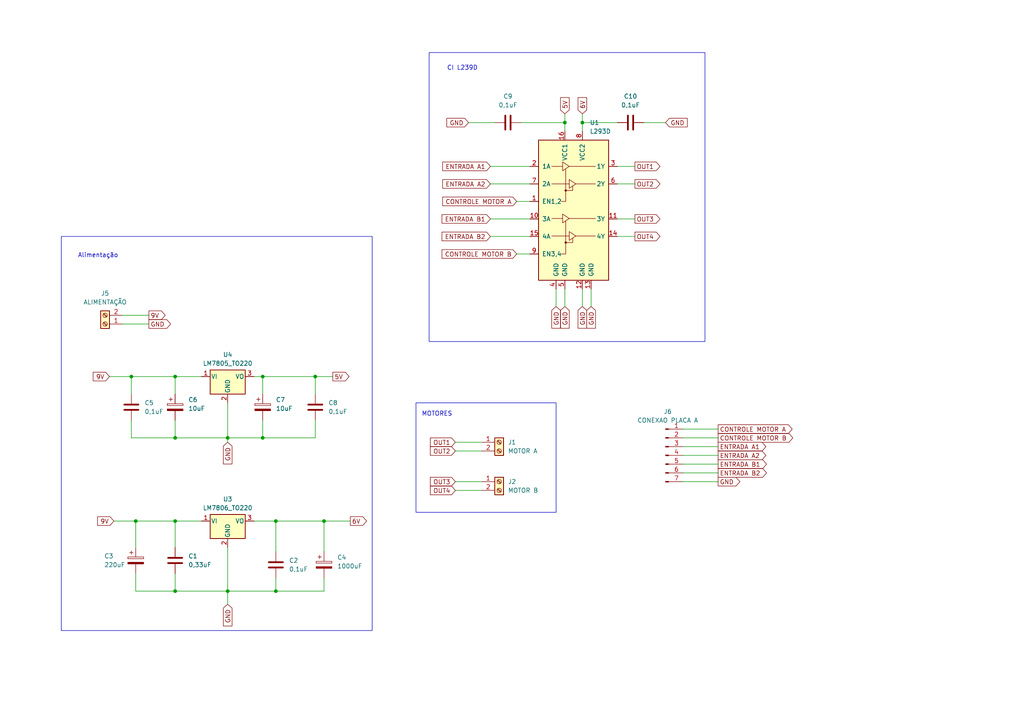
<source format=kicad_sch>
(kicad_sch
	(version 20250114)
	(generator "eeschema")
	(generator_version "9.0")
	(uuid "76fc652b-6c33-4330-a774-d62f0d763e37")
	(paper "A4")
	(lib_symbols
		(symbol "Connector:Conn_01x07_Pin"
			(pin_names
				(offset 1.016)
				(hide yes)
			)
			(exclude_from_sim no)
			(in_bom yes)
			(on_board yes)
			(property "Reference" "J"
				(at 0 10.16 0)
				(effects
					(font
						(size 1.27 1.27)
					)
				)
			)
			(property "Value" "Conn_01x07_Pin"
				(at 0 -10.16 0)
				(effects
					(font
						(size 1.27 1.27)
					)
				)
			)
			(property "Footprint" ""
				(at 0 0 0)
				(effects
					(font
						(size 1.27 1.27)
					)
					(hide yes)
				)
			)
			(property "Datasheet" "~"
				(at 0 0 0)
				(effects
					(font
						(size 1.27 1.27)
					)
					(hide yes)
				)
			)
			(property "Description" "Generic connector, single row, 01x07, script generated"
				(at 0 0 0)
				(effects
					(font
						(size 1.27 1.27)
					)
					(hide yes)
				)
			)
			(property "ki_locked" ""
				(at 0 0 0)
				(effects
					(font
						(size 1.27 1.27)
					)
				)
			)
			(property "ki_keywords" "connector"
				(at 0 0 0)
				(effects
					(font
						(size 1.27 1.27)
					)
					(hide yes)
				)
			)
			(property "ki_fp_filters" "Connector*:*_1x??_*"
				(at 0 0 0)
				(effects
					(font
						(size 1.27 1.27)
					)
					(hide yes)
				)
			)
			(symbol "Conn_01x07_Pin_1_1"
				(rectangle
					(start 0.8636 7.747)
					(end 0 7.493)
					(stroke
						(width 0.1524)
						(type default)
					)
					(fill
						(type outline)
					)
				)
				(rectangle
					(start 0.8636 5.207)
					(end 0 4.953)
					(stroke
						(width 0.1524)
						(type default)
					)
					(fill
						(type outline)
					)
				)
				(rectangle
					(start 0.8636 2.667)
					(end 0 2.413)
					(stroke
						(width 0.1524)
						(type default)
					)
					(fill
						(type outline)
					)
				)
				(rectangle
					(start 0.8636 0.127)
					(end 0 -0.127)
					(stroke
						(width 0.1524)
						(type default)
					)
					(fill
						(type outline)
					)
				)
				(rectangle
					(start 0.8636 -2.413)
					(end 0 -2.667)
					(stroke
						(width 0.1524)
						(type default)
					)
					(fill
						(type outline)
					)
				)
				(rectangle
					(start 0.8636 -4.953)
					(end 0 -5.207)
					(stroke
						(width 0.1524)
						(type default)
					)
					(fill
						(type outline)
					)
				)
				(rectangle
					(start 0.8636 -7.493)
					(end 0 -7.747)
					(stroke
						(width 0.1524)
						(type default)
					)
					(fill
						(type outline)
					)
				)
				(polyline
					(pts
						(xy 1.27 7.62) (xy 0.8636 7.62)
					)
					(stroke
						(width 0.1524)
						(type default)
					)
					(fill
						(type none)
					)
				)
				(polyline
					(pts
						(xy 1.27 5.08) (xy 0.8636 5.08)
					)
					(stroke
						(width 0.1524)
						(type default)
					)
					(fill
						(type none)
					)
				)
				(polyline
					(pts
						(xy 1.27 2.54) (xy 0.8636 2.54)
					)
					(stroke
						(width 0.1524)
						(type default)
					)
					(fill
						(type none)
					)
				)
				(polyline
					(pts
						(xy 1.27 0) (xy 0.8636 0)
					)
					(stroke
						(width 0.1524)
						(type default)
					)
					(fill
						(type none)
					)
				)
				(polyline
					(pts
						(xy 1.27 -2.54) (xy 0.8636 -2.54)
					)
					(stroke
						(width 0.1524)
						(type default)
					)
					(fill
						(type none)
					)
				)
				(polyline
					(pts
						(xy 1.27 -5.08) (xy 0.8636 -5.08)
					)
					(stroke
						(width 0.1524)
						(type default)
					)
					(fill
						(type none)
					)
				)
				(polyline
					(pts
						(xy 1.27 -7.62) (xy 0.8636 -7.62)
					)
					(stroke
						(width 0.1524)
						(type default)
					)
					(fill
						(type none)
					)
				)
				(pin passive line
					(at 5.08 7.62 180)
					(length 3.81)
					(name "Pin_1"
						(effects
							(font
								(size 1.27 1.27)
							)
						)
					)
					(number "1"
						(effects
							(font
								(size 1.27 1.27)
							)
						)
					)
				)
				(pin passive line
					(at 5.08 5.08 180)
					(length 3.81)
					(name "Pin_2"
						(effects
							(font
								(size 1.27 1.27)
							)
						)
					)
					(number "2"
						(effects
							(font
								(size 1.27 1.27)
							)
						)
					)
				)
				(pin passive line
					(at 5.08 2.54 180)
					(length 3.81)
					(name "Pin_3"
						(effects
							(font
								(size 1.27 1.27)
							)
						)
					)
					(number "3"
						(effects
							(font
								(size 1.27 1.27)
							)
						)
					)
				)
				(pin passive line
					(at 5.08 0 180)
					(length 3.81)
					(name "Pin_4"
						(effects
							(font
								(size 1.27 1.27)
							)
						)
					)
					(number "4"
						(effects
							(font
								(size 1.27 1.27)
							)
						)
					)
				)
				(pin passive line
					(at 5.08 -2.54 180)
					(length 3.81)
					(name "Pin_5"
						(effects
							(font
								(size 1.27 1.27)
							)
						)
					)
					(number "5"
						(effects
							(font
								(size 1.27 1.27)
							)
						)
					)
				)
				(pin passive line
					(at 5.08 -5.08 180)
					(length 3.81)
					(name "Pin_6"
						(effects
							(font
								(size 1.27 1.27)
							)
						)
					)
					(number "6"
						(effects
							(font
								(size 1.27 1.27)
							)
						)
					)
				)
				(pin passive line
					(at 5.08 -7.62 180)
					(length 3.81)
					(name "Pin_7"
						(effects
							(font
								(size 1.27 1.27)
							)
						)
					)
					(number "7"
						(effects
							(font
								(size 1.27 1.27)
							)
						)
					)
				)
			)
			(embedded_fonts no)
		)
		(symbol "Connector:Screw_Terminal_01x02"
			(pin_names
				(offset 1.016)
				(hide yes)
			)
			(exclude_from_sim no)
			(in_bom yes)
			(on_board yes)
			(property "Reference" "J"
				(at 0 2.54 0)
				(effects
					(font
						(size 1.27 1.27)
					)
				)
			)
			(property "Value" "Screw_Terminal_01x02"
				(at 0 -5.08 0)
				(effects
					(font
						(size 1.27 1.27)
					)
				)
			)
			(property "Footprint" ""
				(at 0 0 0)
				(effects
					(font
						(size 1.27 1.27)
					)
					(hide yes)
				)
			)
			(property "Datasheet" "~"
				(at 0 0 0)
				(effects
					(font
						(size 1.27 1.27)
					)
					(hide yes)
				)
			)
			(property "Description" "Generic screw terminal, single row, 01x02, script generated (kicad-library-utils/schlib/autogen/connector/)"
				(at 0 0 0)
				(effects
					(font
						(size 1.27 1.27)
					)
					(hide yes)
				)
			)
			(property "ki_keywords" "screw terminal"
				(at 0 0 0)
				(effects
					(font
						(size 1.27 1.27)
					)
					(hide yes)
				)
			)
			(property "ki_fp_filters" "TerminalBlock*:*"
				(at 0 0 0)
				(effects
					(font
						(size 1.27 1.27)
					)
					(hide yes)
				)
			)
			(symbol "Screw_Terminal_01x02_1_1"
				(rectangle
					(start -1.27 1.27)
					(end 1.27 -3.81)
					(stroke
						(width 0.254)
						(type default)
					)
					(fill
						(type background)
					)
				)
				(polyline
					(pts
						(xy -0.5334 0.3302) (xy 0.3302 -0.508)
					)
					(stroke
						(width 0.1524)
						(type default)
					)
					(fill
						(type none)
					)
				)
				(polyline
					(pts
						(xy -0.5334 -2.2098) (xy 0.3302 -3.048)
					)
					(stroke
						(width 0.1524)
						(type default)
					)
					(fill
						(type none)
					)
				)
				(polyline
					(pts
						(xy -0.3556 0.508) (xy 0.508 -0.3302)
					)
					(stroke
						(width 0.1524)
						(type default)
					)
					(fill
						(type none)
					)
				)
				(polyline
					(pts
						(xy -0.3556 -2.032) (xy 0.508 -2.8702)
					)
					(stroke
						(width 0.1524)
						(type default)
					)
					(fill
						(type none)
					)
				)
				(circle
					(center 0 0)
					(radius 0.635)
					(stroke
						(width 0.1524)
						(type default)
					)
					(fill
						(type none)
					)
				)
				(circle
					(center 0 -2.54)
					(radius 0.635)
					(stroke
						(width 0.1524)
						(type default)
					)
					(fill
						(type none)
					)
				)
				(pin passive line
					(at -5.08 0 0)
					(length 3.81)
					(name "Pin_1"
						(effects
							(font
								(size 1.27 1.27)
							)
						)
					)
					(number "1"
						(effects
							(font
								(size 1.27 1.27)
							)
						)
					)
				)
				(pin passive line
					(at -5.08 -2.54 0)
					(length 3.81)
					(name "Pin_2"
						(effects
							(font
								(size 1.27 1.27)
							)
						)
					)
					(number "2"
						(effects
							(font
								(size 1.27 1.27)
							)
						)
					)
				)
			)
			(embedded_fonts no)
		)
		(symbol "Device:C"
			(pin_numbers
				(hide yes)
			)
			(pin_names
				(offset 0.254)
			)
			(exclude_from_sim no)
			(in_bom yes)
			(on_board yes)
			(property "Reference" "C"
				(at 0.635 2.54 0)
				(effects
					(font
						(size 1.27 1.27)
					)
					(justify left)
				)
			)
			(property "Value" "C"
				(at 0.635 -2.54 0)
				(effects
					(font
						(size 1.27 1.27)
					)
					(justify left)
				)
			)
			(property "Footprint" ""
				(at 0.9652 -3.81 0)
				(effects
					(font
						(size 1.27 1.27)
					)
					(hide yes)
				)
			)
			(property "Datasheet" "~"
				(at 0 0 0)
				(effects
					(font
						(size 1.27 1.27)
					)
					(hide yes)
				)
			)
			(property "Description" "Unpolarized capacitor"
				(at 0 0 0)
				(effects
					(font
						(size 1.27 1.27)
					)
					(hide yes)
				)
			)
			(property "ki_keywords" "cap capacitor"
				(at 0 0 0)
				(effects
					(font
						(size 1.27 1.27)
					)
					(hide yes)
				)
			)
			(property "ki_fp_filters" "C_*"
				(at 0 0 0)
				(effects
					(font
						(size 1.27 1.27)
					)
					(hide yes)
				)
			)
			(symbol "C_0_1"
				(polyline
					(pts
						(xy -2.032 0.762) (xy 2.032 0.762)
					)
					(stroke
						(width 0.508)
						(type default)
					)
					(fill
						(type none)
					)
				)
				(polyline
					(pts
						(xy -2.032 -0.762) (xy 2.032 -0.762)
					)
					(stroke
						(width 0.508)
						(type default)
					)
					(fill
						(type none)
					)
				)
			)
			(symbol "C_1_1"
				(pin passive line
					(at 0 3.81 270)
					(length 2.794)
					(name "~"
						(effects
							(font
								(size 1.27 1.27)
							)
						)
					)
					(number "1"
						(effects
							(font
								(size 1.27 1.27)
							)
						)
					)
				)
				(pin passive line
					(at 0 -3.81 90)
					(length 2.794)
					(name "~"
						(effects
							(font
								(size 1.27 1.27)
							)
						)
					)
					(number "2"
						(effects
							(font
								(size 1.27 1.27)
							)
						)
					)
				)
			)
			(embedded_fonts no)
		)
		(symbol "Device:C_Polarized"
			(pin_numbers
				(hide yes)
			)
			(pin_names
				(offset 0.254)
			)
			(exclude_from_sim no)
			(in_bom yes)
			(on_board yes)
			(property "Reference" "C"
				(at 0.635 2.54 0)
				(effects
					(font
						(size 1.27 1.27)
					)
					(justify left)
				)
			)
			(property "Value" "C_Polarized"
				(at 0.635 -2.54 0)
				(effects
					(font
						(size 1.27 1.27)
					)
					(justify left)
				)
			)
			(property "Footprint" ""
				(at 0.9652 -3.81 0)
				(effects
					(font
						(size 1.27 1.27)
					)
					(hide yes)
				)
			)
			(property "Datasheet" "~"
				(at 0 0 0)
				(effects
					(font
						(size 1.27 1.27)
					)
					(hide yes)
				)
			)
			(property "Description" "Polarized capacitor"
				(at 0 0 0)
				(effects
					(font
						(size 1.27 1.27)
					)
					(hide yes)
				)
			)
			(property "ki_keywords" "cap capacitor"
				(at 0 0 0)
				(effects
					(font
						(size 1.27 1.27)
					)
					(hide yes)
				)
			)
			(property "ki_fp_filters" "CP_*"
				(at 0 0 0)
				(effects
					(font
						(size 1.27 1.27)
					)
					(hide yes)
				)
			)
			(symbol "C_Polarized_0_1"
				(rectangle
					(start -2.286 0.508)
					(end 2.286 1.016)
					(stroke
						(width 0)
						(type default)
					)
					(fill
						(type none)
					)
				)
				(polyline
					(pts
						(xy -1.778 2.286) (xy -0.762 2.286)
					)
					(stroke
						(width 0)
						(type default)
					)
					(fill
						(type none)
					)
				)
				(polyline
					(pts
						(xy -1.27 2.794) (xy -1.27 1.778)
					)
					(stroke
						(width 0)
						(type default)
					)
					(fill
						(type none)
					)
				)
				(rectangle
					(start 2.286 -0.508)
					(end -2.286 -1.016)
					(stroke
						(width 0)
						(type default)
					)
					(fill
						(type outline)
					)
				)
			)
			(symbol "C_Polarized_1_1"
				(pin passive line
					(at 0 3.81 270)
					(length 2.794)
					(name "~"
						(effects
							(font
								(size 1.27 1.27)
							)
						)
					)
					(number "1"
						(effects
							(font
								(size 1.27 1.27)
							)
						)
					)
				)
				(pin passive line
					(at 0 -3.81 90)
					(length 2.794)
					(name "~"
						(effects
							(font
								(size 1.27 1.27)
							)
						)
					)
					(number "2"
						(effects
							(font
								(size 1.27 1.27)
							)
						)
					)
				)
			)
			(embedded_fonts no)
		)
		(symbol "Driver_Motor:L293D"
			(pin_names
				(offset 1.016)
			)
			(exclude_from_sim no)
			(in_bom yes)
			(on_board yes)
			(property "Reference" "U"
				(at -5.08 26.035 0)
				(effects
					(font
						(size 1.27 1.27)
					)
					(justify right)
				)
			)
			(property "Value" "L293D"
				(at -5.08 24.13 0)
				(effects
					(font
						(size 1.27 1.27)
					)
					(justify right)
				)
			)
			(property "Footprint" "Package_DIP:DIP-16_W7.62mm"
				(at 6.35 -19.05 0)
				(effects
					(font
						(size 1.27 1.27)
					)
					(justify left)
					(hide yes)
				)
			)
			(property "Datasheet" "http://www.ti.com/lit/ds/symlink/l293.pdf"
				(at -7.62 17.78 0)
				(effects
					(font
						(size 1.27 1.27)
					)
					(hide yes)
				)
			)
			(property "Description" "Quadruple Half-H Drivers"
				(at 0 0 0)
				(effects
					(font
						(size 1.27 1.27)
					)
					(hide yes)
				)
			)
			(property "ki_keywords" "Half-H Driver Motor"
				(at 0 0 0)
				(effects
					(font
						(size 1.27 1.27)
					)
					(hide yes)
				)
			)
			(property "ki_fp_filters" "DIP*W7.62mm*"
				(at 0 0 0)
				(effects
					(font
						(size 1.27 1.27)
					)
					(hide yes)
				)
			)
			(symbol "L293D_0_1"
				(rectangle
					(start -10.16 22.86)
					(end 10.16 -17.78)
					(stroke
						(width 0.254)
						(type default)
					)
					(fill
						(type background)
					)
				)
				(polyline
					(pts
						(xy -6.35 15.24) (xy -3.175 15.24)
					)
					(stroke
						(width 0)
						(type default)
					)
					(fill
						(type none)
					)
				)
				(polyline
					(pts
						(xy -6.35 10.16) (xy -1.27 10.16)
					)
					(stroke
						(width 0)
						(type default)
					)
					(fill
						(type none)
					)
				)
				(polyline
					(pts
						(xy -6.35 0.127) (xy -3.175 0.127)
					)
					(stroke
						(width 0)
						(type default)
					)
					(fill
						(type none)
					)
				)
				(polyline
					(pts
						(xy -6.35 -4.953) (xy -1.27 -4.953)
					)
					(stroke
						(width 0)
						(type default)
					)
					(fill
						(type none)
					)
				)
				(polyline
					(pts
						(xy -3.175 16.51) (xy -3.175 13.97) (xy -1.27 15.24) (xy -3.175 16.51)
					)
					(stroke
						(width 0)
						(type default)
					)
					(fill
						(type none)
					)
				)
				(polyline
					(pts
						(xy -3.175 1.397) (xy -3.175 -1.143) (xy -1.27 0.127) (xy -3.175 1.397)
					)
					(stroke
						(width 0)
						(type default)
					)
					(fill
						(type none)
					)
				)
				(polyline
					(pts
						(xy -2.286 14.478) (xy -2.286 5.08) (xy -3.556 5.08)
					)
					(stroke
						(width 0)
						(type default)
					)
					(fill
						(type none)
					)
				)
				(circle
					(center -2.286 8.255)
					(radius 0.254)
					(stroke
						(width 0)
						(type default)
					)
					(fill
						(type outline)
					)
				)
				(polyline
					(pts
						(xy -2.286 8.255) (xy -0.254 8.255) (xy -0.254 9.525)
					)
					(stroke
						(width 0)
						(type default)
					)
					(fill
						(type none)
					)
				)
				(polyline
					(pts
						(xy -2.286 -0.635) (xy -2.286 -10.16) (xy -3.556 -10.16)
					)
					(stroke
						(width 0)
						(type default)
					)
					(fill
						(type none)
					)
				)
				(circle
					(center -2.286 -6.858)
					(radius 0.254)
					(stroke
						(width 0)
						(type default)
					)
					(fill
						(type outline)
					)
				)
				(polyline
					(pts
						(xy -2.286 -6.858) (xy -0.254 -6.858) (xy -0.254 -5.588)
					)
					(stroke
						(width 0)
						(type default)
					)
					(fill
						(type none)
					)
				)
				(polyline
					(pts
						(xy -1.27 15.24) (xy 6.35 15.24)
					)
					(stroke
						(width 0)
						(type default)
					)
					(fill
						(type none)
					)
				)
				(polyline
					(pts
						(xy -1.27 11.43) (xy -1.27 8.89) (xy 0.635 10.16) (xy -1.27 11.43)
					)
					(stroke
						(width 0)
						(type default)
					)
					(fill
						(type none)
					)
				)
				(polyline
					(pts
						(xy -1.27 0.127) (xy 6.35 0.127)
					)
					(stroke
						(width 0)
						(type default)
					)
					(fill
						(type none)
					)
				)
				(polyline
					(pts
						(xy -1.27 -3.683) (xy -1.27 -6.223) (xy 0.635 -4.953) (xy -1.27 -3.683)
					)
					(stroke
						(width 0)
						(type default)
					)
					(fill
						(type none)
					)
				)
				(polyline
					(pts
						(xy 0.635 10.16) (xy 6.35 10.16)
					)
					(stroke
						(width 0)
						(type default)
					)
					(fill
						(type none)
					)
				)
				(polyline
					(pts
						(xy 0.635 -4.953) (xy 6.35 -4.953)
					)
					(stroke
						(width 0)
						(type default)
					)
					(fill
						(type none)
					)
				)
			)
			(symbol "L293D_1_1"
				(pin input line
					(at -12.7 15.24 0)
					(length 2.54)
					(name "1A"
						(effects
							(font
								(size 1.27 1.27)
							)
						)
					)
					(number "2"
						(effects
							(font
								(size 1.27 1.27)
							)
						)
					)
				)
				(pin input line
					(at -12.7 10.16 0)
					(length 2.54)
					(name "2A"
						(effects
							(font
								(size 1.27 1.27)
							)
						)
					)
					(number "7"
						(effects
							(font
								(size 1.27 1.27)
							)
						)
					)
				)
				(pin input line
					(at -12.7 5.08 0)
					(length 2.54)
					(name "EN1,2"
						(effects
							(font
								(size 1.27 1.27)
							)
						)
					)
					(number "1"
						(effects
							(font
								(size 1.27 1.27)
							)
						)
					)
				)
				(pin input line
					(at -12.7 0 0)
					(length 2.54)
					(name "3A"
						(effects
							(font
								(size 1.27 1.27)
							)
						)
					)
					(number "10"
						(effects
							(font
								(size 1.27 1.27)
							)
						)
					)
				)
				(pin input line
					(at -12.7 -5.08 0)
					(length 2.54)
					(name "4A"
						(effects
							(font
								(size 1.27 1.27)
							)
						)
					)
					(number "15"
						(effects
							(font
								(size 1.27 1.27)
							)
						)
					)
				)
				(pin input line
					(at -12.7 -10.16 0)
					(length 2.54)
					(name "EN3,4"
						(effects
							(font
								(size 1.27 1.27)
							)
						)
					)
					(number "9"
						(effects
							(font
								(size 1.27 1.27)
							)
						)
					)
				)
				(pin power_in line
					(at -5.08 -20.32 90)
					(length 2.54)
					(name "GND"
						(effects
							(font
								(size 1.27 1.27)
							)
						)
					)
					(number "4"
						(effects
							(font
								(size 1.27 1.27)
							)
						)
					)
				)
				(pin power_in line
					(at -2.54 25.4 270)
					(length 2.54)
					(name "VCC1"
						(effects
							(font
								(size 1.27 1.27)
							)
						)
					)
					(number "16"
						(effects
							(font
								(size 1.27 1.27)
							)
						)
					)
				)
				(pin power_in line
					(at -2.54 -20.32 90)
					(length 2.54)
					(name "GND"
						(effects
							(font
								(size 1.27 1.27)
							)
						)
					)
					(number "5"
						(effects
							(font
								(size 1.27 1.27)
							)
						)
					)
				)
				(pin power_in line
					(at 2.54 25.4 270)
					(length 2.54)
					(name "VCC2"
						(effects
							(font
								(size 1.27 1.27)
							)
						)
					)
					(number "8"
						(effects
							(font
								(size 1.27 1.27)
							)
						)
					)
				)
				(pin power_in line
					(at 2.54 -20.32 90)
					(length 2.54)
					(name "GND"
						(effects
							(font
								(size 1.27 1.27)
							)
						)
					)
					(number "12"
						(effects
							(font
								(size 1.27 1.27)
							)
						)
					)
				)
				(pin power_in line
					(at 5.08 -20.32 90)
					(length 2.54)
					(name "GND"
						(effects
							(font
								(size 1.27 1.27)
							)
						)
					)
					(number "13"
						(effects
							(font
								(size 1.27 1.27)
							)
						)
					)
				)
				(pin output line
					(at 12.7 15.24 180)
					(length 2.54)
					(name "1Y"
						(effects
							(font
								(size 1.27 1.27)
							)
						)
					)
					(number "3"
						(effects
							(font
								(size 1.27 1.27)
							)
						)
					)
				)
				(pin output line
					(at 12.7 10.16 180)
					(length 2.54)
					(name "2Y"
						(effects
							(font
								(size 1.27 1.27)
							)
						)
					)
					(number "6"
						(effects
							(font
								(size 1.27 1.27)
							)
						)
					)
				)
				(pin output line
					(at 12.7 0 180)
					(length 2.54)
					(name "3Y"
						(effects
							(font
								(size 1.27 1.27)
							)
						)
					)
					(number "11"
						(effects
							(font
								(size 1.27 1.27)
							)
						)
					)
				)
				(pin output line
					(at 12.7 -5.08 180)
					(length 2.54)
					(name "4Y"
						(effects
							(font
								(size 1.27 1.27)
							)
						)
					)
					(number "14"
						(effects
							(font
								(size 1.27 1.27)
							)
						)
					)
				)
			)
			(embedded_fonts no)
		)
		(symbol "Regulator_Linear:LM7805_TO220"
			(pin_names
				(offset 0.254)
			)
			(exclude_from_sim no)
			(in_bom yes)
			(on_board yes)
			(property "Reference" "U"
				(at -3.81 3.175 0)
				(effects
					(font
						(size 1.27 1.27)
					)
				)
			)
			(property "Value" "LM7805_TO220"
				(at 0 3.175 0)
				(effects
					(font
						(size 1.27 1.27)
					)
					(justify left)
				)
			)
			(property "Footprint" "Package_TO_SOT_THT:TO-220-3_Vertical"
				(at 0 5.715 0)
				(effects
					(font
						(size 1.27 1.27)
						(italic yes)
					)
					(hide yes)
				)
			)
			(property "Datasheet" "https://www.onsemi.cn/PowerSolutions/document/MC7800-D.PDF"
				(at 0 -1.27 0)
				(effects
					(font
						(size 1.27 1.27)
					)
					(hide yes)
				)
			)
			(property "Description" "Positive 1A 35V Linear Regulator, Fixed Output 5V, TO-220"
				(at 0 0 0)
				(effects
					(font
						(size 1.27 1.27)
					)
					(hide yes)
				)
			)
			(property "ki_keywords" "Voltage Regulator 1A Positive"
				(at 0 0 0)
				(effects
					(font
						(size 1.27 1.27)
					)
					(hide yes)
				)
			)
			(property "ki_fp_filters" "TO?220*"
				(at 0 0 0)
				(effects
					(font
						(size 1.27 1.27)
					)
					(hide yes)
				)
			)
			(symbol "LM7805_TO220_0_1"
				(rectangle
					(start -5.08 1.905)
					(end 5.08 -5.08)
					(stroke
						(width 0.254)
						(type default)
					)
					(fill
						(type background)
					)
				)
			)
			(symbol "LM7805_TO220_1_1"
				(pin power_in line
					(at -7.62 0 0)
					(length 2.54)
					(name "VI"
						(effects
							(font
								(size 1.27 1.27)
							)
						)
					)
					(number "1"
						(effects
							(font
								(size 1.27 1.27)
							)
						)
					)
				)
				(pin power_in line
					(at 0 -7.62 90)
					(length 2.54)
					(name "GND"
						(effects
							(font
								(size 1.27 1.27)
							)
						)
					)
					(number "2"
						(effects
							(font
								(size 1.27 1.27)
							)
						)
					)
				)
				(pin power_out line
					(at 7.62 0 180)
					(length 2.54)
					(name "VO"
						(effects
							(font
								(size 1.27 1.27)
							)
						)
					)
					(number "3"
						(effects
							(font
								(size 1.27 1.27)
							)
						)
					)
				)
			)
			(embedded_fonts no)
		)
		(symbol "Regulator_Linear:LM7806_TO220"
			(pin_names
				(offset 0.254)
			)
			(exclude_from_sim no)
			(in_bom yes)
			(on_board yes)
			(property "Reference" "U"
				(at -3.81 3.175 0)
				(effects
					(font
						(size 1.27 1.27)
					)
				)
			)
			(property "Value" "LM7806_TO220"
				(at 0 3.175 0)
				(effects
					(font
						(size 1.27 1.27)
					)
					(justify left)
				)
			)
			(property "Footprint" "Package_TO_SOT_THT:TO-220-3_Vertical"
				(at 0 5.715 0)
				(effects
					(font
						(size 1.27 1.27)
						(italic yes)
					)
					(hide yes)
				)
			)
			(property "Datasheet" "https://www.onsemi.cn/PowerSolutions/document/MC7800-D.PDF"
				(at 0 -1.27 0)
				(effects
					(font
						(size 1.27 1.27)
					)
					(hide yes)
				)
			)
			(property "Description" "Positive 1A 35V Linear Regulator, Fixed Output 6V, TO-220"
				(at 0 0 0)
				(effects
					(font
						(size 1.27 1.27)
					)
					(hide yes)
				)
			)
			(property "ki_keywords" "Voltage Regulator 1A Positive"
				(at 0 0 0)
				(effects
					(font
						(size 1.27 1.27)
					)
					(hide yes)
				)
			)
			(property "ki_fp_filters" "TO?220*"
				(at 0 0 0)
				(effects
					(font
						(size 1.27 1.27)
					)
					(hide yes)
				)
			)
			(symbol "LM7806_TO220_0_1"
				(rectangle
					(start -5.08 1.905)
					(end 5.08 -5.08)
					(stroke
						(width 0.254)
						(type default)
					)
					(fill
						(type background)
					)
				)
			)
			(symbol "LM7806_TO220_1_1"
				(pin power_in line
					(at -7.62 0 0)
					(length 2.54)
					(name "VI"
						(effects
							(font
								(size 1.27 1.27)
							)
						)
					)
					(number "1"
						(effects
							(font
								(size 1.27 1.27)
							)
						)
					)
				)
				(pin power_in line
					(at 0 -7.62 90)
					(length 2.54)
					(name "GND"
						(effects
							(font
								(size 1.27 1.27)
							)
						)
					)
					(number "2"
						(effects
							(font
								(size 1.27 1.27)
							)
						)
					)
				)
				(pin power_out line
					(at 7.62 0 180)
					(length 2.54)
					(name "VO"
						(effects
							(font
								(size 1.27 1.27)
							)
						)
					)
					(number "3"
						(effects
							(font
								(size 1.27 1.27)
							)
						)
					)
				)
			)
			(embedded_fonts no)
		)
	)
	(rectangle
		(start 124.46 15.24)
		(end 204.47 99.06)
		(stroke
			(width 0)
			(type default)
		)
		(fill
			(type none)
		)
		(uuid 73a65f15-268e-4d02-9b32-fd77c6dcbc21)
	)
	(rectangle
		(start 17.78 68.58)
		(end 107.95 182.88)
		(stroke
			(width 0)
			(type default)
		)
		(fill
			(type none)
		)
		(uuid 981fff45-2ce6-43cd-8430-5e1ea232e155)
	)
	(rectangle
		(start 120.65 116.84)
		(end 161.29 148.59)
		(stroke
			(width 0)
			(type default)
		)
		(fill
			(type none)
		)
		(uuid cf21e19b-6a88-452e-81ab-257e025b2776)
	)
	(text "MOTORES"
		(exclude_from_sim no)
		(at 126.746 120.142 0)
		(effects
			(font
				(size 1.27 1.27)
			)
		)
		(uuid "21bba78d-228d-4b30-b423-22c50c01749c")
	)
	(text "Alimentação"
		(exclude_from_sim no)
		(at 28.448 74.168 0)
		(effects
			(font
				(size 1.27 1.27)
			)
		)
		(uuid "625036b4-a2b9-49a9-8e9d-83094fa66e0f")
	)
	(text "CI L239D"
		(exclude_from_sim no)
		(at 134.112 19.812 0)
		(effects
			(font
				(size 1.27 1.27)
			)
		)
		(uuid "b59171ae-60bb-4b16-87ba-cb4e054f3728")
	)
	(junction
		(at 76.2 127)
		(diameter 0)
		(color 0 0 0 0)
		(uuid "00ee4a52-f0bc-41fb-ba93-7d8f83f25465")
	)
	(junction
		(at 80.01 171.45)
		(diameter 0)
		(color 0 0 0 0)
		(uuid "1df5934c-deb9-438c-8a7d-143c557d190c")
	)
	(junction
		(at 80.01 151.13)
		(diameter 0)
		(color 0 0 0 0)
		(uuid "2461ca6c-606d-4fd6-9fb1-da975e60b31b")
	)
	(junction
		(at 91.44 109.22)
		(diameter 0)
		(color 0 0 0 0)
		(uuid "3e11656b-2cfe-42b2-bd76-59a3ec4c2210")
	)
	(junction
		(at 66.04 171.45)
		(diameter 0)
		(color 0 0 0 0)
		(uuid "40a51404-7082-4f45-b39e-9c3c22061c17")
	)
	(junction
		(at 50.8 127)
		(diameter 0)
		(color 0 0 0 0)
		(uuid "45b3daec-91d5-4dc4-81d1-858fb7735c76")
	)
	(junction
		(at 66.04 127)
		(diameter 0)
		(color 0 0 0 0)
		(uuid "5c38cb6a-025e-4991-991d-bbb0b4559e17")
	)
	(junction
		(at 50.8 151.13)
		(diameter 0)
		(color 0 0 0 0)
		(uuid "6c9bf20d-349f-4043-a403-bed2910dca05")
	)
	(junction
		(at 168.91 35.56)
		(diameter 0)
		(color 0 0 0 0)
		(uuid "84d84304-afad-4a03-9950-f3ab1ac9c5a6")
	)
	(junction
		(at 76.2 109.22)
		(diameter 0)
		(color 0 0 0 0)
		(uuid "880fb6f8-b077-4217-8fa4-26619bb9bb86")
	)
	(junction
		(at 163.83 35.56)
		(diameter 0)
		(color 0 0 0 0)
		(uuid "96f28991-486e-4d41-9623-2e20e567ce6d")
	)
	(junction
		(at 93.98 151.13)
		(diameter 0)
		(color 0 0 0 0)
		(uuid "b141008b-fe76-4b2c-ae8f-f87c4c296cb7")
	)
	(junction
		(at 38.1 109.22)
		(diameter 0)
		(color 0 0 0 0)
		(uuid "b7f064c2-c6d0-4f68-aa42-a0d1517547ef")
	)
	(junction
		(at 50.8 109.22)
		(diameter 0)
		(color 0 0 0 0)
		(uuid "bd633b91-95dd-439e-8251-2e6f31ad2b71")
	)
	(junction
		(at 39.37 151.13)
		(diameter 0)
		(color 0 0 0 0)
		(uuid "f88b518c-2ab8-4380-aa3a-1229bed3d959")
	)
	(junction
		(at 50.8 171.45)
		(diameter 0)
		(color 0 0 0 0)
		(uuid "fe63544d-acb5-4e8d-9182-5c1a5bfad485")
	)
	(wire
		(pts
			(xy 50.8 127) (xy 66.04 127)
		)
		(stroke
			(width 0)
			(type default)
		)
		(uuid "083bc261-3336-4ccf-bab1-901026668cea")
	)
	(wire
		(pts
			(xy 80.01 151.13) (xy 93.98 151.13)
		)
		(stroke
			(width 0)
			(type default)
		)
		(uuid "0be5ed35-4529-4830-be9a-be9c81600071")
	)
	(wire
		(pts
			(xy 76.2 109.22) (xy 91.44 109.22)
		)
		(stroke
			(width 0)
			(type default)
		)
		(uuid "14f88da8-417e-42af-befe-01179fa1a5c0")
	)
	(wire
		(pts
			(xy 50.8 166.37) (xy 50.8 171.45)
		)
		(stroke
			(width 0)
			(type default)
		)
		(uuid "1b2dbd01-909c-4acc-ae57-48e9a2f3a546")
	)
	(wire
		(pts
			(xy 171.45 83.82) (xy 171.45 88.9)
		)
		(stroke
			(width 0)
			(type default)
		)
		(uuid "1d55764f-fd96-487f-a2fb-99976d4aa732")
	)
	(wire
		(pts
			(xy 198.12 127) (xy 208.28 127)
		)
		(stroke
			(width 0)
			(type default)
		)
		(uuid "1fbae31c-ee14-448c-b8df-2bebd808cd75")
	)
	(wire
		(pts
			(xy 132.08 128.27) (xy 139.7 128.27)
		)
		(stroke
			(width 0)
			(type default)
		)
		(uuid "20284f78-5354-43c9-81f9-032ae390085d")
	)
	(wire
		(pts
			(xy 66.04 116.84) (xy 66.04 127)
		)
		(stroke
			(width 0)
			(type default)
		)
		(uuid "2491b429-113e-489a-9bec-07928ef6e064")
	)
	(wire
		(pts
			(xy 50.8 109.22) (xy 50.8 114.3)
		)
		(stroke
			(width 0)
			(type default)
		)
		(uuid "28194f3c-267c-47f0-8c21-72a5ab63560b")
	)
	(wire
		(pts
			(xy 198.12 124.46) (xy 208.28 124.46)
		)
		(stroke
			(width 0)
			(type default)
		)
		(uuid "283de7fa-6add-4e26-8420-01aad5869ffa")
	)
	(wire
		(pts
			(xy 39.37 171.45) (xy 50.8 171.45)
		)
		(stroke
			(width 0)
			(type default)
		)
		(uuid "297e0160-b4b5-42dd-9af7-3a11080e0fcf")
	)
	(wire
		(pts
			(xy 93.98 151.13) (xy 93.98 160.02)
		)
		(stroke
			(width 0)
			(type default)
		)
		(uuid "2f2ddf38-582f-41c8-9280-6567972badfa")
	)
	(wire
		(pts
			(xy 168.91 83.82) (xy 168.91 88.9)
		)
		(stroke
			(width 0)
			(type default)
		)
		(uuid "3538d5c4-88f9-4366-af60-7b05fbb5a1b1")
	)
	(wire
		(pts
			(xy 161.29 83.82) (xy 161.29 88.9)
		)
		(stroke
			(width 0)
			(type default)
		)
		(uuid "35760500-ba54-47ee-a034-0e51b4e4c588")
	)
	(wire
		(pts
			(xy 76.2 109.22) (xy 76.2 114.3)
		)
		(stroke
			(width 0)
			(type default)
		)
		(uuid "471d13fd-a2c5-4f1d-93da-1865f6aa5443")
	)
	(wire
		(pts
			(xy 73.66 151.13) (xy 80.01 151.13)
		)
		(stroke
			(width 0)
			(type default)
		)
		(uuid "476173fa-8413-498f-8181-123c605a2bd4")
	)
	(wire
		(pts
			(xy 31.75 109.22) (xy 38.1 109.22)
		)
		(stroke
			(width 0)
			(type default)
		)
		(uuid "4bdf0cdb-fb47-4575-a5ea-d5f4f84572e2")
	)
	(wire
		(pts
			(xy 132.08 142.24) (xy 139.7 142.24)
		)
		(stroke
			(width 0)
			(type default)
		)
		(uuid "4fc954af-1782-42d1-b95a-146a34ba2bec")
	)
	(wire
		(pts
			(xy 198.12 139.7) (xy 208.28 139.7)
		)
		(stroke
			(width 0)
			(type default)
		)
		(uuid "4fde36c9-f74b-41f8-9a15-c036dc93e358")
	)
	(wire
		(pts
			(xy 38.1 109.22) (xy 50.8 109.22)
		)
		(stroke
			(width 0)
			(type default)
		)
		(uuid "56a6f301-23f2-4d29-b941-0b28c8127e3d")
	)
	(wire
		(pts
			(xy 179.07 63.5) (xy 184.15 63.5)
		)
		(stroke
			(width 0)
			(type default)
		)
		(uuid "5ed276a3-00b1-4f17-a6ef-81bb8bf604fd")
	)
	(wire
		(pts
			(xy 179.07 68.58) (xy 184.15 68.58)
		)
		(stroke
			(width 0)
			(type default)
		)
		(uuid "656850c8-54ef-4bdf-81ca-a847b6bcee8e")
	)
	(wire
		(pts
			(xy 179.07 53.34) (xy 184.15 53.34)
		)
		(stroke
			(width 0)
			(type default)
		)
		(uuid "6a068267-a84c-4ad8-958f-205b22393efe")
	)
	(wire
		(pts
			(xy 91.44 109.22) (xy 91.44 114.3)
		)
		(stroke
			(width 0)
			(type default)
		)
		(uuid "6ab9c77c-184e-41c3-8094-fe874a513c73")
	)
	(wire
		(pts
			(xy 66.04 171.45) (xy 66.04 175.26)
		)
		(stroke
			(width 0)
			(type default)
		)
		(uuid "7383aab8-a123-4bd5-aa64-8153b11bb477")
	)
	(wire
		(pts
			(xy 93.98 167.64) (xy 93.98 171.45)
		)
		(stroke
			(width 0)
			(type default)
		)
		(uuid "75ec3518-f100-452d-9c83-504c92a3d3e1")
	)
	(wire
		(pts
			(xy 142.24 68.58) (xy 153.67 68.58)
		)
		(stroke
			(width 0)
			(type default)
		)
		(uuid "7866d00f-62fa-4b10-a67e-7b5bd8896e57")
	)
	(wire
		(pts
			(xy 91.44 109.22) (xy 96.52 109.22)
		)
		(stroke
			(width 0)
			(type default)
		)
		(uuid "7bd47840-616b-4c79-a398-9f3b327e3dca")
	)
	(wire
		(pts
			(xy 149.86 73.66) (xy 153.67 73.66)
		)
		(stroke
			(width 0)
			(type default)
		)
		(uuid "821cf7c1-6392-4dc5-a3e8-bcd7f3cefeeb")
	)
	(wire
		(pts
			(xy 168.91 35.56) (xy 168.91 38.1)
		)
		(stroke
			(width 0)
			(type default)
		)
		(uuid "84f68024-9ad4-46b2-bd75-a5ba8c960f09")
	)
	(wire
		(pts
			(xy 35.56 93.98) (xy 43.18 93.98)
		)
		(stroke
			(width 0)
			(type default)
		)
		(uuid "8518897e-3f10-4bbd-b3b9-f745379fab5e")
	)
	(wire
		(pts
			(xy 163.83 83.82) (xy 163.83 88.9)
		)
		(stroke
			(width 0)
			(type default)
		)
		(uuid "8681eab2-9121-4d5b-873d-b184e01204aa")
	)
	(wire
		(pts
			(xy 132.08 139.7) (xy 139.7 139.7)
		)
		(stroke
			(width 0)
			(type default)
		)
		(uuid "887437ef-540c-4f51-81fb-470f531175f5")
	)
	(wire
		(pts
			(xy 149.86 58.42) (xy 153.67 58.42)
		)
		(stroke
			(width 0)
			(type default)
		)
		(uuid "8939e73b-918c-4ba5-9a42-e7da698a8c48")
	)
	(wire
		(pts
			(xy 38.1 109.22) (xy 38.1 114.3)
		)
		(stroke
			(width 0)
			(type default)
		)
		(uuid "8941845a-8494-4d6c-bcd4-24266940470d")
	)
	(wire
		(pts
			(xy 198.12 132.08) (xy 208.28 132.08)
		)
		(stroke
			(width 0)
			(type default)
		)
		(uuid "896f6b64-af06-4ceb-80d8-4e5bb38d41ed")
	)
	(wire
		(pts
			(xy 135.89 35.56) (xy 143.51 35.56)
		)
		(stroke
			(width 0)
			(type default)
		)
		(uuid "8cc41fa2-c429-403d-a904-e30004954526")
	)
	(wire
		(pts
			(xy 66.04 171.45) (xy 80.01 171.45)
		)
		(stroke
			(width 0)
			(type default)
		)
		(uuid "8e1dde74-cea5-421f-b2a7-0b11d2fb3890")
	)
	(wire
		(pts
			(xy 76.2 127) (xy 66.04 127)
		)
		(stroke
			(width 0)
			(type default)
		)
		(uuid "8e90740d-53b0-40ce-b01f-9fdeef5cd36d")
	)
	(wire
		(pts
			(xy 91.44 121.92) (xy 91.44 127)
		)
		(stroke
			(width 0)
			(type default)
		)
		(uuid "923e6585-20bf-42ef-b3e9-bf52ffd8db64")
	)
	(wire
		(pts
			(xy 50.8 151.13) (xy 58.42 151.13)
		)
		(stroke
			(width 0)
			(type default)
		)
		(uuid "94c81277-75f6-4617-afde-6b3f0c0984bf")
	)
	(wire
		(pts
			(xy 163.83 35.56) (xy 163.83 38.1)
		)
		(stroke
			(width 0)
			(type default)
		)
		(uuid "9601c9df-7503-4807-a1b6-a1c9767a2673")
	)
	(wire
		(pts
			(xy 39.37 151.13) (xy 50.8 151.13)
		)
		(stroke
			(width 0)
			(type default)
		)
		(uuid "966a6bc7-c065-4d65-a6e7-ff4ac30120a3")
	)
	(wire
		(pts
			(xy 76.2 121.92) (xy 76.2 127)
		)
		(stroke
			(width 0)
			(type default)
		)
		(uuid "9887d3d0-fd7e-48b3-85bc-f904e64e353a")
	)
	(wire
		(pts
			(xy 66.04 158.75) (xy 66.04 171.45)
		)
		(stroke
			(width 0)
			(type default)
		)
		(uuid "9a2aeb49-4c2f-4bfd-8f81-502e882e354d")
	)
	(wire
		(pts
			(xy 132.08 130.81) (xy 139.7 130.81)
		)
		(stroke
			(width 0)
			(type default)
		)
		(uuid "9b2eb738-d7ad-48f1-8e3b-f401b2d9c8ed")
	)
	(wire
		(pts
			(xy 151.13 35.56) (xy 163.83 35.56)
		)
		(stroke
			(width 0)
			(type default)
		)
		(uuid "9b59cdef-2486-4eb3-a099-c0da7b3fa635")
	)
	(wire
		(pts
			(xy 50.8 171.45) (xy 66.04 171.45)
		)
		(stroke
			(width 0)
			(type default)
		)
		(uuid "9e49b624-cc6c-426a-98ff-79ee1f90b52a")
	)
	(wire
		(pts
			(xy 91.44 127) (xy 76.2 127)
		)
		(stroke
			(width 0)
			(type default)
		)
		(uuid "9ff623c2-2efc-4b60-9327-bdbe417cff4c")
	)
	(wire
		(pts
			(xy 198.12 129.54) (xy 208.28 129.54)
		)
		(stroke
			(width 0)
			(type default)
		)
		(uuid "a07c63fd-e647-4989-b35a-8130b27928bb")
	)
	(wire
		(pts
			(xy 198.12 137.16) (xy 208.28 137.16)
		)
		(stroke
			(width 0)
			(type default)
		)
		(uuid "a1403997-ffad-442d-8977-3e9000c79ec6")
	)
	(wire
		(pts
			(xy 66.04 127) (xy 66.04 128.27)
		)
		(stroke
			(width 0)
			(type default)
		)
		(uuid "a1acc5cb-bfba-463d-9437-f57345029633")
	)
	(wire
		(pts
			(xy 80.01 171.45) (xy 93.98 171.45)
		)
		(stroke
			(width 0)
			(type default)
		)
		(uuid "a58959c7-ed5d-4321-ac85-40b2af0f6f4a")
	)
	(wire
		(pts
			(xy 80.01 151.13) (xy 80.01 160.02)
		)
		(stroke
			(width 0)
			(type default)
		)
		(uuid "a6eca662-e48e-415b-96d8-d3291fee445e")
	)
	(wire
		(pts
			(xy 38.1 127) (xy 50.8 127)
		)
		(stroke
			(width 0)
			(type default)
		)
		(uuid "a804fbe2-38e4-4020-8295-7a94996e6159")
	)
	(wire
		(pts
			(xy 93.98 151.13) (xy 101.6 151.13)
		)
		(stroke
			(width 0)
			(type default)
		)
		(uuid "aebe8866-e85c-4976-b69b-62c71b9a84c3")
	)
	(wire
		(pts
			(xy 39.37 151.13) (xy 39.37 158.75)
		)
		(stroke
			(width 0)
			(type default)
		)
		(uuid "b2b26479-34c3-46c1-a8c8-46259bbeef8c")
	)
	(wire
		(pts
			(xy 163.83 33.02) (xy 163.83 35.56)
		)
		(stroke
			(width 0)
			(type default)
		)
		(uuid "b60691b4-9f0f-41ca-8a73-53c4353fe1aa")
	)
	(wire
		(pts
			(xy 142.24 48.26) (xy 153.67 48.26)
		)
		(stroke
			(width 0)
			(type default)
		)
		(uuid "bd36d9d0-2797-4c01-8e3e-de89847c5c37")
	)
	(wire
		(pts
			(xy 142.24 53.34) (xy 153.67 53.34)
		)
		(stroke
			(width 0)
			(type default)
		)
		(uuid "c2a8161f-a91f-4153-9775-638f10c71f15")
	)
	(wire
		(pts
			(xy 38.1 121.92) (xy 38.1 127)
		)
		(stroke
			(width 0)
			(type default)
		)
		(uuid "c3ff560a-1fdd-4668-8517-5aa94f65b0fc")
	)
	(wire
		(pts
			(xy 186.69 35.56) (xy 193.04 35.56)
		)
		(stroke
			(width 0)
			(type default)
		)
		(uuid "ce8476f2-ac0c-417e-81fb-9e59ed99db3e")
	)
	(wire
		(pts
			(xy 142.24 63.5) (xy 153.67 63.5)
		)
		(stroke
			(width 0)
			(type default)
		)
		(uuid "cfd5dc6d-d998-498a-8624-d771e2f51861")
	)
	(wire
		(pts
			(xy 50.8 151.13) (xy 50.8 158.75)
		)
		(stroke
			(width 0)
			(type default)
		)
		(uuid "d04f5bab-a1f9-402e-8d2a-f52f564d7506")
	)
	(wire
		(pts
			(xy 198.12 134.62) (xy 208.28 134.62)
		)
		(stroke
			(width 0)
			(type default)
		)
		(uuid "d3dd066f-aab6-419e-9258-59ce0a20641e")
	)
	(wire
		(pts
			(xy 50.8 121.92) (xy 50.8 127)
		)
		(stroke
			(width 0)
			(type default)
		)
		(uuid "d5d15da5-2256-4fbc-8b1f-df7622c72d69")
	)
	(wire
		(pts
			(xy 35.56 91.44) (xy 43.18 91.44)
		)
		(stroke
			(width 0)
			(type default)
		)
		(uuid "d732aa14-941d-4c79-847d-f27ddcccfd40")
	)
	(wire
		(pts
			(xy 80.01 167.64) (xy 80.01 171.45)
		)
		(stroke
			(width 0)
			(type default)
		)
		(uuid "db473dd9-34d5-4d55-bf78-397efdb41326")
	)
	(wire
		(pts
			(xy 73.66 109.22) (xy 76.2 109.22)
		)
		(stroke
			(width 0)
			(type default)
		)
		(uuid "e089d2a5-2761-46a7-895d-83722250c6b6")
	)
	(wire
		(pts
			(xy 179.07 48.26) (xy 184.15 48.26)
		)
		(stroke
			(width 0)
			(type default)
		)
		(uuid "f0b392de-a10c-42cc-b5da-760453c3bb23")
	)
	(wire
		(pts
			(xy 39.37 166.37) (xy 39.37 171.45)
		)
		(stroke
			(width 0)
			(type default)
		)
		(uuid "f2366122-ec09-4fe2-9c39-bd044e650e46")
	)
	(wire
		(pts
			(xy 33.02 151.13) (xy 39.37 151.13)
		)
		(stroke
			(width 0)
			(type default)
		)
		(uuid "f8b3cc4a-7f3a-4ff6-ad6e-1aa3a18b7422")
	)
	(wire
		(pts
			(xy 168.91 33.02) (xy 168.91 35.56)
		)
		(stroke
			(width 0)
			(type default)
		)
		(uuid "fa39c7a6-73be-4c05-8b96-d28b55355519")
	)
	(wire
		(pts
			(xy 168.91 35.56) (xy 179.07 35.56)
		)
		(stroke
			(width 0)
			(type default)
		)
		(uuid "fc1c8aa5-8c45-4390-896b-eba8e0fc1dd8")
	)
	(wire
		(pts
			(xy 50.8 109.22) (xy 58.42 109.22)
		)
		(stroke
			(width 0)
			(type default)
		)
		(uuid "ff480718-0b30-485d-997d-ad4400489dc8")
	)
	(global_label "ENTRADA A2"
		(shape input)
		(at 142.24 53.34 180)
		(fields_autoplaced yes)
		(effects
			(font
				(size 1.27 1.27)
			)
			(justify right)
		)
		(uuid "0cbd3b39-2036-4158-9069-dfb44d0f2fe3")
		(property "Intersheetrefs" "${INTERSHEET_REFS}"
			(at 127.8248 53.34 0)
			(effects
				(font
					(size 1.27 1.27)
				)
				(justify right)
				(hide yes)
			)
		)
	)
	(global_label "6V"
		(shape output)
		(at 101.6 151.13 0)
		(fields_autoplaced yes)
		(effects
			(font
				(size 1.27 1.27)
			)
			(justify left)
		)
		(uuid "0e831629-4324-451e-b534-b31cc706798e")
		(property "Intersheetrefs" "${INTERSHEET_REFS}"
			(at 106.8833 151.13 0)
			(effects
				(font
					(size 1.27 1.27)
				)
				(justify left)
				(hide yes)
			)
		)
	)
	(global_label "9V"
		(shape output)
		(at 43.18 91.44 0)
		(fields_autoplaced yes)
		(effects
			(font
				(size 1.27 1.27)
			)
			(justify left)
		)
		(uuid "13b98819-4050-4cf7-8c84-bd16360467f3")
		(property "Intersheetrefs" "${INTERSHEET_REFS}"
			(at 48.4633 91.44 0)
			(effects
				(font
					(size 1.27 1.27)
				)
				(justify left)
				(hide yes)
			)
		)
	)
	(global_label "CONTROLE MOTOR A"
		(shape output)
		(at 208.28 124.46 0)
		(fields_autoplaced yes)
		(effects
			(font
				(size 1.27 1.27)
			)
			(justify left)
		)
		(uuid "1bdacb07-8b61-4f4f-aa92-89edb1897215")
		(property "Intersheetrefs" "${INTERSHEET_REFS}"
			(at 230.3152 124.46 0)
			(effects
				(font
					(size 1.27 1.27)
				)
				(justify left)
				(hide yes)
			)
		)
	)
	(global_label "ENTRADA B2"
		(shape output)
		(at 208.28 137.16 0)
		(fields_autoplaced yes)
		(effects
			(font
				(size 1.27 1.27)
			)
			(justify left)
		)
		(uuid "2498c5ba-aa7a-4150-979d-cfafa13c432f")
		(property "Intersheetrefs" "${INTERSHEET_REFS}"
			(at 222.8766 137.16 0)
			(effects
				(font
					(size 1.27 1.27)
				)
				(justify left)
				(hide yes)
			)
		)
	)
	(global_label "OUT3"
		(shape output)
		(at 184.15 63.5 0)
		(fields_autoplaced yes)
		(effects
			(font
				(size 1.27 1.27)
			)
			(justify left)
		)
		(uuid "2660801c-09a1-4f1c-a391-aaec194f8e4d")
		(property "Intersheetrefs" "${INTERSHEET_REFS}"
			(at 191.9733 63.5 0)
			(effects
				(font
					(size 1.27 1.27)
				)
				(justify left)
				(hide yes)
			)
		)
	)
	(global_label "OUT2"
		(shape input)
		(at 132.08 130.81 180)
		(fields_autoplaced yes)
		(effects
			(font
				(size 1.27 1.27)
			)
			(justify right)
		)
		(uuid "29bdf200-4932-4423-9a72-3268261b2c92")
		(property "Intersheetrefs" "${INTERSHEET_REFS}"
			(at 124.2567 130.81 0)
			(effects
				(font
					(size 1.27 1.27)
				)
				(justify right)
				(hide yes)
			)
		)
	)
	(global_label "OUT3"
		(shape input)
		(at 132.08 139.7 180)
		(fields_autoplaced yes)
		(effects
			(font
				(size 1.27 1.27)
			)
			(justify right)
		)
		(uuid "29e14340-949d-4bc9-95ca-cc474b6e461a")
		(property "Intersheetrefs" "${INTERSHEET_REFS}"
			(at 124.2567 139.7 0)
			(effects
				(font
					(size 1.27 1.27)
				)
				(justify right)
				(hide yes)
			)
		)
	)
	(global_label "GND"
		(shape input)
		(at 135.89 35.56 180)
		(fields_autoplaced yes)
		(effects
			(font
				(size 1.27 1.27)
			)
			(justify right)
		)
		(uuid "48e76d39-b5f4-446c-a1c4-773aed620417")
		(property "Intersheetrefs" "${INTERSHEET_REFS}"
			(at 129.0343 35.56 0)
			(effects
				(font
					(size 1.27 1.27)
				)
				(justify right)
				(hide yes)
			)
		)
	)
	(global_label "CONTROLE MOTOR B"
		(shape output)
		(at 208.28 127 0)
		(fields_autoplaced yes)
		(effects
			(font
				(size 1.27 1.27)
			)
			(justify left)
		)
		(uuid "49a9ad7e-48fc-4f0f-a109-73f0e418b8dd")
		(property "Intersheetrefs" "${INTERSHEET_REFS}"
			(at 230.4966 127 0)
			(effects
				(font
					(size 1.27 1.27)
				)
				(justify left)
				(hide yes)
			)
		)
	)
	(global_label "GND"
		(shape input)
		(at 66.04 175.26 270)
		(fields_autoplaced yes)
		(effects
			(font
				(size 1.27 1.27)
			)
			(justify right)
		)
		(uuid "530a39f6-20bd-40b6-8e0a-c7a6c021bfdd")
		(property "Intersheetrefs" "${INTERSHEET_REFS}"
			(at 66.04 182.1157 90)
			(effects
				(font
					(size 1.27 1.27)
				)
				(justify right)
				(hide yes)
			)
		)
	)
	(global_label "ENTRADA A1"
		(shape input)
		(at 142.24 48.26 180)
		(fields_autoplaced yes)
		(effects
			(font
				(size 1.27 1.27)
			)
			(justify right)
		)
		(uuid "53b4e26e-c015-4452-95cf-6540892fe5ae")
		(property "Intersheetrefs" "${INTERSHEET_REFS}"
			(at 127.8248 48.26 0)
			(effects
				(font
					(size 1.27 1.27)
				)
				(justify right)
				(hide yes)
			)
		)
	)
	(global_label "GND"
		(shape input)
		(at 66.04 128.27 270)
		(fields_autoplaced yes)
		(effects
			(font
				(size 1.27 1.27)
			)
			(justify right)
		)
		(uuid "549de8ea-5d4a-4ba7-9ac3-d9cb286e7fa2")
		(property "Intersheetrefs" "${INTERSHEET_REFS}"
			(at 66.04 135.1257 90)
			(effects
				(font
					(size 1.27 1.27)
				)
				(justify right)
				(hide yes)
			)
		)
	)
	(global_label "CONTROLE MOTOR A"
		(shape input)
		(at 149.86 58.42 180)
		(fields_autoplaced yes)
		(effects
			(font
				(size 1.27 1.27)
			)
			(justify right)
		)
		(uuid "54aecf97-3ce9-4696-bbee-ccc845720392")
		(property "Intersheetrefs" "${INTERSHEET_REFS}"
			(at 127.8248 58.42 0)
			(effects
				(font
					(size 1.27 1.27)
				)
				(justify right)
				(hide yes)
			)
		)
	)
	(global_label "6V"
		(shape input)
		(at 168.91 33.02 90)
		(fields_autoplaced yes)
		(effects
			(font
				(size 1.27 1.27)
			)
			(justify left)
		)
		(uuid "56bee26b-8550-4cfd-9a7a-f0e441ab31f2")
		(property "Intersheetrefs" "${INTERSHEET_REFS}"
			(at 168.91 27.7367 90)
			(effects
				(font
					(size 1.27 1.27)
				)
				(justify left)
				(hide yes)
			)
		)
	)
	(global_label "ENTRADA B1"
		(shape input)
		(at 142.24 63.5 180)
		(fields_autoplaced yes)
		(effects
			(font
				(size 1.27 1.27)
			)
			(justify right)
		)
		(uuid "5ca92b71-321d-4024-8fe0-4a610d8e42cc")
		(property "Intersheetrefs" "${INTERSHEET_REFS}"
			(at 127.6434 63.5 0)
			(effects
				(font
					(size 1.27 1.27)
				)
				(justify right)
				(hide yes)
			)
		)
	)
	(global_label "GND"
		(shape input)
		(at 193.04 35.56 0)
		(fields_autoplaced yes)
		(effects
			(font
				(size 1.27 1.27)
			)
			(justify left)
		)
		(uuid "6771dd42-b61b-408a-91be-1d48af8c0307")
		(property "Intersheetrefs" "${INTERSHEET_REFS}"
			(at 199.8957 35.56 0)
			(effects
				(font
					(size 1.27 1.27)
				)
				(justify left)
				(hide yes)
			)
		)
	)
	(global_label "CONTROLE MOTOR B"
		(shape input)
		(at 149.86 73.66 180)
		(fields_autoplaced yes)
		(effects
			(font
				(size 1.27 1.27)
			)
			(justify right)
		)
		(uuid "6906f461-1074-43ac-9e9e-6eee4e062a10")
		(property "Intersheetrefs" "${INTERSHEET_REFS}"
			(at 127.6434 73.66 0)
			(effects
				(font
					(size 1.27 1.27)
				)
				(justify right)
				(hide yes)
			)
		)
	)
	(global_label "GND"
		(shape input)
		(at 163.83 88.9 270)
		(fields_autoplaced yes)
		(effects
			(font
				(size 1.27 1.27)
			)
			(justify right)
		)
		(uuid "6964454f-77a9-4277-925d-2d8b8b381fa0")
		(property "Intersheetrefs" "${INTERSHEET_REFS}"
			(at 163.83 95.7557 90)
			(effects
				(font
					(size 1.27 1.27)
				)
				(justify right)
				(hide yes)
			)
		)
	)
	(global_label "9V"
		(shape input)
		(at 33.02 151.13 180)
		(fields_autoplaced yes)
		(effects
			(font
				(size 1.27 1.27)
			)
			(justify right)
		)
		(uuid "7c589335-67a9-4f63-a8e5-24a3418633d2")
		(property "Intersheetrefs" "${INTERSHEET_REFS}"
			(at 27.7367 151.13 0)
			(effects
				(font
					(size 1.27 1.27)
				)
				(justify right)
				(hide yes)
			)
		)
	)
	(global_label "OUT2"
		(shape output)
		(at 184.15 53.34 0)
		(fields_autoplaced yes)
		(effects
			(font
				(size 1.27 1.27)
			)
			(justify left)
		)
		(uuid "87fc9da6-221e-4f57-8bb7-c3db8fe9915a")
		(property "Intersheetrefs" "${INTERSHEET_REFS}"
			(at 191.9733 53.34 0)
			(effects
				(font
					(size 1.27 1.27)
				)
				(justify left)
				(hide yes)
			)
		)
	)
	(global_label "GND"
		(shape input)
		(at 168.91 88.9 270)
		(fields_autoplaced yes)
		(effects
			(font
				(size 1.27 1.27)
			)
			(justify right)
		)
		(uuid "8f7c69a9-7f0b-4584-9898-d4ca7547b3dc")
		(property "Intersheetrefs" "${INTERSHEET_REFS}"
			(at 168.91 95.7557 90)
			(effects
				(font
					(size 1.27 1.27)
				)
				(justify right)
				(hide yes)
			)
		)
	)
	(global_label "OUT4"
		(shape input)
		(at 132.08 142.24 180)
		(fields_autoplaced yes)
		(effects
			(font
				(size 1.27 1.27)
			)
			(justify right)
		)
		(uuid "9a420266-11bb-40d2-b4e4-ef6b7a04e02d")
		(property "Intersheetrefs" "${INTERSHEET_REFS}"
			(at 124.2567 142.24 0)
			(effects
				(font
					(size 1.27 1.27)
				)
				(justify right)
				(hide yes)
			)
		)
	)
	(global_label "5V"
		(shape input)
		(at 163.83 33.02 90)
		(fields_autoplaced yes)
		(effects
			(font
				(size 1.27 1.27)
			)
			(justify left)
		)
		(uuid "9b5b437c-f92d-4775-bc56-1a5ad2e5c270")
		(property "Intersheetrefs" "${INTERSHEET_REFS}"
			(at 163.83 27.7367 90)
			(effects
				(font
					(size 1.27 1.27)
				)
				(justify left)
				(hide yes)
			)
		)
	)
	(global_label "9V"
		(shape input)
		(at 31.75 109.22 180)
		(fields_autoplaced yes)
		(effects
			(font
				(size 1.27 1.27)
			)
			(justify right)
		)
		(uuid "a5bd301a-7bae-44c9-a6e8-171a0f29d9c8")
		(property "Intersheetrefs" "${INTERSHEET_REFS}"
			(at 26.4667 109.22 0)
			(effects
				(font
					(size 1.27 1.27)
				)
				(justify right)
				(hide yes)
			)
		)
	)
	(global_label "ENTRADA A1"
		(shape output)
		(at 208.28 129.54 0)
		(fields_autoplaced yes)
		(effects
			(font
				(size 1.27 1.27)
			)
			(justify left)
		)
		(uuid "aae9ded1-f15e-4a03-846f-d4cb4636fa78")
		(property "Intersheetrefs" "${INTERSHEET_REFS}"
			(at 222.6952 129.54 0)
			(effects
				(font
					(size 1.27 1.27)
				)
				(justify left)
				(hide yes)
			)
		)
	)
	(global_label "GND"
		(shape input)
		(at 161.29 88.9 270)
		(fields_autoplaced yes)
		(effects
			(font
				(size 1.27 1.27)
			)
			(justify right)
		)
		(uuid "ad89453b-60cc-4db9-bbb9-7ff2bfa908b3")
		(property "Intersheetrefs" "${INTERSHEET_REFS}"
			(at 161.29 95.7557 90)
			(effects
				(font
					(size 1.27 1.27)
				)
				(justify right)
				(hide yes)
			)
		)
	)
	(global_label "ENTRADA B2"
		(shape input)
		(at 142.24 68.58 180)
		(fields_autoplaced yes)
		(effects
			(font
				(size 1.27 1.27)
			)
			(justify right)
		)
		(uuid "ae2ac976-c431-4c7b-a67f-503650364036")
		(property "Intersheetrefs" "${INTERSHEET_REFS}"
			(at 127.6434 68.58 0)
			(effects
				(font
					(size 1.27 1.27)
				)
				(justify right)
				(hide yes)
			)
		)
	)
	(global_label "OUT1"
		(shape input)
		(at 132.08 128.27 180)
		(fields_autoplaced yes)
		(effects
			(font
				(size 1.27 1.27)
			)
			(justify right)
		)
		(uuid "ae897358-abbb-4222-ab56-7564bec25503")
		(property "Intersheetrefs" "${INTERSHEET_REFS}"
			(at 124.2567 128.27 0)
			(effects
				(font
					(size 1.27 1.27)
				)
				(justify right)
				(hide yes)
			)
		)
	)
	(global_label "5V"
		(shape output)
		(at 96.52 109.22 0)
		(fields_autoplaced yes)
		(effects
			(font
				(size 1.27 1.27)
			)
			(justify left)
		)
		(uuid "bdcfabb3-0cb7-4583-bb5f-1a9da8325c8b")
		(property "Intersheetrefs" "${INTERSHEET_REFS}"
			(at 101.8033 109.22 0)
			(effects
				(font
					(size 1.27 1.27)
				)
				(justify left)
				(hide yes)
			)
		)
	)
	(global_label "GND"
		(shape output)
		(at 208.28 139.7 0)
		(fields_autoplaced yes)
		(effects
			(font
				(size 1.27 1.27)
			)
			(justify left)
		)
		(uuid "c0262584-e2ff-4179-a28f-ebf86daaf0ce")
		(property "Intersheetrefs" "${INTERSHEET_REFS}"
			(at 215.1357 139.7 0)
			(effects
				(font
					(size 1.27 1.27)
				)
				(justify left)
				(hide yes)
			)
		)
	)
	(global_label "GND"
		(shape input)
		(at 171.45 88.9 270)
		(fields_autoplaced yes)
		(effects
			(font
				(size 1.27 1.27)
			)
			(justify right)
		)
		(uuid "c67ee45e-c194-466d-b218-d85c66f654f1")
		(property "Intersheetrefs" "${INTERSHEET_REFS}"
			(at 171.45 95.7557 90)
			(effects
				(font
					(size 1.27 1.27)
				)
				(justify right)
				(hide yes)
			)
		)
	)
	(global_label "ENTRADA B1"
		(shape output)
		(at 208.28 134.62 0)
		(fields_autoplaced yes)
		(effects
			(font
				(size 1.27 1.27)
			)
			(justify left)
		)
		(uuid "d6f47d53-9147-4ca6-8fb2-e57b7e33c82f")
		(property "Intersheetrefs" "${INTERSHEET_REFS}"
			(at 222.8766 134.62 0)
			(effects
				(font
					(size 1.27 1.27)
				)
				(justify left)
				(hide yes)
			)
		)
	)
	(global_label "OUT4"
		(shape output)
		(at 184.15 68.58 0)
		(fields_autoplaced yes)
		(effects
			(font
				(size 1.27 1.27)
			)
			(justify left)
		)
		(uuid "d7178c4d-b62c-4ef6-9ea2-989ee4373e06")
		(property "Intersheetrefs" "${INTERSHEET_REFS}"
			(at 191.9733 68.58 0)
			(effects
				(font
					(size 1.27 1.27)
				)
				(justify left)
				(hide yes)
			)
		)
	)
	(global_label "ENTRADA A2"
		(shape output)
		(at 208.28 132.08 0)
		(fields_autoplaced yes)
		(effects
			(font
				(size 1.27 1.27)
			)
			(justify left)
		)
		(uuid "dab0d9bd-a3fe-43e1-ad10-4491cddded2f")
		(property "Intersheetrefs" "${INTERSHEET_REFS}"
			(at 222.6952 132.08 0)
			(effects
				(font
					(size 1.27 1.27)
				)
				(justify left)
				(hide yes)
			)
		)
	)
	(global_label "OUT1"
		(shape output)
		(at 184.15 48.26 0)
		(fields_autoplaced yes)
		(effects
			(font
				(size 1.27 1.27)
			)
			(justify left)
		)
		(uuid "e57bb20c-088a-4c36-a982-0874eb988822")
		(property "Intersheetrefs" "${INTERSHEET_REFS}"
			(at 191.9733 48.26 0)
			(effects
				(font
					(size 1.27 1.27)
				)
				(justify left)
				(hide yes)
			)
		)
	)
	(global_label "GND"
		(shape output)
		(at 43.18 93.98 0)
		(fields_autoplaced yes)
		(effects
			(font
				(size 1.27 1.27)
			)
			(justify left)
		)
		(uuid "f1ba44e7-9b9d-45c9-8f13-90b9c7902412")
		(property "Intersheetrefs" "${INTERSHEET_REFS}"
			(at 50.0357 93.98 0)
			(effects
				(font
					(size 1.27 1.27)
				)
				(justify left)
				(hide yes)
			)
		)
	)
	(symbol
		(lib_id "Connector:Conn_01x07_Pin")
		(at 193.04 132.08 0)
		(unit 1)
		(exclude_from_sim no)
		(in_bom yes)
		(on_board yes)
		(dnp no)
		(fields_autoplaced yes)
		(uuid "024ae309-9b21-4820-b61d-74fe57d1a081")
		(property "Reference" "J6"
			(at 193.675 119.38 0)
			(effects
				(font
					(size 1.27 1.27)
				)
			)
		)
		(property "Value" "CONEXAO PLACA A"
			(at 193.675 121.92 0)
			(effects
				(font
					(size 1.27 1.27)
				)
			)
		)
		(property "Footprint" "Connector_PinHeader_2.54mm:PinHeader_1x07_P2.54mm_Vertical"
			(at 193.04 132.08 0)
			(effects
				(font
					(size 1.27 1.27)
				)
				(hide yes)
			)
		)
		(property "Datasheet" "~"
			(at 193.04 132.08 0)
			(effects
				(font
					(size 1.27 1.27)
				)
				(hide yes)
			)
		)
		(property "Description" "Generic connector, single row, 01x07, script generated"
			(at 193.04 132.08 0)
			(effects
				(font
					(size 1.27 1.27)
				)
				(hide yes)
			)
		)
		(pin "4"
			(uuid "be5e58b4-7fca-4f77-b6f9-bdc1a5357846")
		)
		(pin "2"
			(uuid "bbde2973-3f51-441b-89f2-12773b6ca5bc")
		)
		(pin "6"
			(uuid "6a62c04c-2323-499e-b419-a07d55e4007f")
		)
		(pin "7"
			(uuid "7af2a1a6-88e3-4795-8e82-3221df8c303a")
		)
		(pin "1"
			(uuid "e17fcebf-a937-45ae-bd06-b9d9e876d218")
		)
		(pin "3"
			(uuid "bc98f68a-df35-4a81-a151-680dc9ff5197")
		)
		(pin "5"
			(uuid "657aea98-dc1b-4e13-a498-8022b9bf4db3")
		)
		(instances
			(project ""
				(path "/76fc652b-6c33-4330-a774-d62f0d763e37"
					(reference "J6")
					(unit 1)
				)
			)
		)
	)
	(symbol
		(lib_id "Connector:Screw_Terminal_01x02")
		(at 144.78 139.7 0)
		(unit 1)
		(exclude_from_sim no)
		(in_bom yes)
		(on_board yes)
		(dnp no)
		(fields_autoplaced yes)
		(uuid "0b3e4a1b-1b74-40a3-83ad-3e05958d4c5a")
		(property "Reference" "J2"
			(at 147.32 139.6999 0)
			(effects
				(font
					(size 1.27 1.27)
				)
				(justify left)
			)
		)
		(property "Value" "MOTOR B"
			(at 147.32 142.2399 0)
			(effects
				(font
					(size 1.27 1.27)
				)
				(justify left)
			)
		)
		(property "Footprint" "TerminalBlock:TerminalBlock_bornier-2_P5.08mm"
			(at 144.78 139.7 0)
			(effects
				(font
					(size 1.27 1.27)
				)
				(hide yes)
			)
		)
		(property "Datasheet" "~"
			(at 144.78 139.7 0)
			(effects
				(font
					(size 1.27 1.27)
				)
				(hide yes)
			)
		)
		(property "Description" "Generic screw terminal, single row, 01x02, script generated (kicad-library-utils/schlib/autogen/connector/)"
			(at 144.78 139.7 0)
			(effects
				(font
					(size 1.27 1.27)
				)
				(hide yes)
			)
		)
		(pin "1"
			(uuid "0d5f4ce0-98d6-45af-bf43-dabcd2646306")
		)
		(pin "2"
			(uuid "ea17734e-140e-4982-b4c0-0a84e3aaf3e9")
		)
		(instances
			(project "placa-b"
				(path "/76fc652b-6c33-4330-a774-d62f0d763e37"
					(reference "J2")
					(unit 1)
				)
			)
		)
	)
	(symbol
		(lib_id "Connector:Screw_Terminal_01x02")
		(at 144.78 128.27 0)
		(unit 1)
		(exclude_from_sim no)
		(in_bom yes)
		(on_board yes)
		(dnp no)
		(fields_autoplaced yes)
		(uuid "112a8d8d-5126-4ba9-9199-1e4f81f1e0fc")
		(property "Reference" "J1"
			(at 147.32 128.2699 0)
			(effects
				(font
					(size 1.27 1.27)
				)
				(justify left)
			)
		)
		(property "Value" "MOTOR A"
			(at 147.32 130.8099 0)
			(effects
				(font
					(size 1.27 1.27)
				)
				(justify left)
			)
		)
		(property "Footprint" "TerminalBlock:TerminalBlock_bornier-2_P5.08mm"
			(at 144.78 128.27 0)
			(effects
				(font
					(size 1.27 1.27)
				)
				(hide yes)
			)
		)
		(property "Datasheet" "~"
			(at 144.78 128.27 0)
			(effects
				(font
					(size 1.27 1.27)
				)
				(hide yes)
			)
		)
		(property "Description" "Generic screw terminal, single row, 01x02, script generated (kicad-library-utils/schlib/autogen/connector/)"
			(at 144.78 128.27 0)
			(effects
				(font
					(size 1.27 1.27)
				)
				(hide yes)
			)
		)
		(pin "1"
			(uuid "1f3997a8-0cb0-4e58-aec1-f55eb570b782")
		)
		(pin "2"
			(uuid "1112bfe6-0cfc-42f1-8609-5ac0766132cd")
		)
		(instances
			(project ""
				(path "/76fc652b-6c33-4330-a774-d62f0d763e37"
					(reference "J1")
					(unit 1)
				)
			)
		)
	)
	(symbol
		(lib_id "Device:C")
		(at 50.8 162.56 0)
		(unit 1)
		(exclude_from_sim no)
		(in_bom yes)
		(on_board yes)
		(dnp no)
		(fields_autoplaced yes)
		(uuid "21c9a4c2-e88c-4d44-abec-8048c1633080")
		(property "Reference" "C1"
			(at 54.61 161.2899 0)
			(effects
				(font
					(size 1.27 1.27)
				)
				(justify left)
			)
		)
		(property "Value" "0,33uF"
			(at 54.61 163.8299 0)
			(effects
				(font
					(size 1.27 1.27)
				)
				(justify left)
			)
		)
		(property "Footprint" "Capacitor_THT:CP_Radial_D7.5mm_P2.50mm"
			(at 51.7652 166.37 0)
			(effects
				(font
					(size 1.27 1.27)
				)
				(hide yes)
			)
		)
		(property "Datasheet" "~"
			(at 50.8 162.56 0)
			(effects
				(font
					(size 1.27 1.27)
				)
				(hide yes)
			)
		)
		(property "Description" "Unpolarized capacitor"
			(at 50.8 162.56 0)
			(effects
				(font
					(size 1.27 1.27)
				)
				(hide yes)
			)
		)
		(pin "1"
			(uuid "92eebd7e-c59d-428d-9022-757038dd45e4")
		)
		(pin "2"
			(uuid "a619ab5b-8037-491d-891d-9b7c4d4c91b3")
		)
		(instances
			(project ""
				(path "/76fc652b-6c33-4330-a774-d62f0d763e37"
					(reference "C1")
					(unit 1)
				)
			)
		)
	)
	(symbol
		(lib_id "Device:C")
		(at 80.01 163.83 0)
		(unit 1)
		(exclude_from_sim no)
		(in_bom yes)
		(on_board yes)
		(dnp no)
		(fields_autoplaced yes)
		(uuid "40be9288-d7f5-478f-86d4-cb862c5829b6")
		(property "Reference" "C2"
			(at 83.82 162.5599 0)
			(effects
				(font
					(size 1.27 1.27)
				)
				(justify left)
			)
		)
		(property "Value" "0,1uF"
			(at 83.82 165.0999 0)
			(effects
				(font
					(size 1.27 1.27)
				)
				(justify left)
			)
		)
		(property "Footprint" "Capacitor_THT:CP_Radial_D7.5mm_P2.50mm"
			(at 80.9752 167.64 0)
			(effects
				(font
					(size 1.27 1.27)
				)
				(hide yes)
			)
		)
		(property "Datasheet" "~"
			(at 80.01 163.83 0)
			(effects
				(font
					(size 1.27 1.27)
				)
				(hide yes)
			)
		)
		(property "Description" "Unpolarized capacitor"
			(at 80.01 163.83 0)
			(effects
				(font
					(size 1.27 1.27)
				)
				(hide yes)
			)
		)
		(pin "1"
			(uuid "8519fb32-1ea7-4c7e-a634-d244d317ba11")
		)
		(pin "2"
			(uuid "e57fc032-9d42-4090-ba5c-39161e8f3627")
		)
		(instances
			(project "placa-b"
				(path "/76fc652b-6c33-4330-a774-d62f0d763e37"
					(reference "C2")
					(unit 1)
				)
			)
		)
	)
	(symbol
		(lib_id "Device:C_Polarized")
		(at 50.8 118.11 0)
		(unit 1)
		(exclude_from_sim no)
		(in_bom yes)
		(on_board yes)
		(dnp no)
		(fields_autoplaced yes)
		(uuid "42c1bfe5-ea00-4956-8e32-f381636359d7")
		(property "Reference" "C6"
			(at 54.61 115.9509 0)
			(effects
				(font
					(size 1.27 1.27)
				)
				(justify left)
			)
		)
		(property "Value" "10uF"
			(at 54.61 118.4909 0)
			(effects
				(font
					(size 1.27 1.27)
				)
				(justify left)
			)
		)
		(property "Footprint" "Capacitor_THT:CP_Radial_D7.5mm_P2.50mm"
			(at 51.7652 121.92 0)
			(effects
				(font
					(size 1.27 1.27)
				)
				(hide yes)
			)
		)
		(property "Datasheet" "~"
			(at 50.8 118.11 0)
			(effects
				(font
					(size 1.27 1.27)
				)
				(hide yes)
			)
		)
		(property "Description" "Polarized capacitor"
			(at 50.8 118.11 0)
			(effects
				(font
					(size 1.27 1.27)
				)
				(hide yes)
			)
		)
		(pin "1"
			(uuid "c5e15dd7-a3de-479a-a165-fc255352034f")
		)
		(pin "2"
			(uuid "7d5e3cad-75c6-43d4-839d-cee32ac7373e")
		)
		(instances
			(project "placa-b"
				(path "/76fc652b-6c33-4330-a774-d62f0d763e37"
					(reference "C6")
					(unit 1)
				)
			)
		)
	)
	(symbol
		(lib_id "Device:C")
		(at 147.32 35.56 90)
		(unit 1)
		(exclude_from_sim no)
		(in_bom yes)
		(on_board yes)
		(dnp no)
		(fields_autoplaced yes)
		(uuid "647d2eb1-54cc-4003-99d0-2bd3cc1a4831")
		(property "Reference" "C9"
			(at 147.32 27.94 90)
			(effects
				(font
					(size 1.27 1.27)
				)
			)
		)
		(property "Value" "0,1uF"
			(at 147.32 30.48 90)
			(effects
				(font
					(size 1.27 1.27)
				)
			)
		)
		(property "Footprint" "Capacitor_THT:CP_Radial_D7.5mm_P2.50mm"
			(at 151.13 34.5948 0)
			(effects
				(font
					(size 1.27 1.27)
				)
				(hide yes)
			)
		)
		(property "Datasheet" "~"
			(at 147.32 35.56 0)
			(effects
				(font
					(size 1.27 1.27)
				)
				(hide yes)
			)
		)
		(property "Description" "Unpolarized capacitor"
			(at 147.32 35.56 0)
			(effects
				(font
					(size 1.27 1.27)
				)
				(hide yes)
			)
		)
		(pin "1"
			(uuid "f4583080-b16e-4479-b9b7-11225fed1717")
		)
		(pin "2"
			(uuid "d79ec9b1-43e2-4c84-b4d8-251e592b8e4d")
		)
		(instances
			(project "placa-b"
				(path "/76fc652b-6c33-4330-a774-d62f0d763e37"
					(reference "C9")
					(unit 1)
				)
			)
		)
	)
	(symbol
		(lib_id "Connector:Screw_Terminal_01x02")
		(at 30.48 93.98 180)
		(unit 1)
		(exclude_from_sim no)
		(in_bom yes)
		(on_board yes)
		(dnp no)
		(fields_autoplaced yes)
		(uuid "67102b5e-1f40-4c2c-aa02-41ad8bc51ec7")
		(property "Reference" "J5"
			(at 30.48 85.09 0)
			(effects
				(font
					(size 1.27 1.27)
				)
			)
		)
		(property "Value" "ALIMENTAÇÃO"
			(at 30.48 87.63 0)
			(effects
				(font
					(size 1.27 1.27)
				)
			)
		)
		(property "Footprint" "TerminalBlock:TerminalBlock_bornier-2_P5.08mm"
			(at 30.48 93.98 0)
			(effects
				(font
					(size 1.27 1.27)
				)
				(hide yes)
			)
		)
		(property "Datasheet" "~"
			(at 30.48 93.98 0)
			(effects
				(font
					(size 1.27 1.27)
				)
				(hide yes)
			)
		)
		(property "Description" "Generic screw terminal, single row, 01x02, script generated (kicad-library-utils/schlib/autogen/connector/)"
			(at 30.48 93.98 0)
			(effects
				(font
					(size 1.27 1.27)
				)
				(hide yes)
			)
		)
		(pin "1"
			(uuid "08496b34-9811-4fd6-9529-bbcaf85db574")
		)
		(pin "2"
			(uuid "a76c631a-d9d8-428b-b47d-6698f9ce64ab")
		)
		(instances
			(project "placa-b"
				(path "/76fc652b-6c33-4330-a774-d62f0d763e37"
					(reference "J5")
					(unit 1)
				)
			)
		)
	)
	(symbol
		(lib_id "Device:C")
		(at 38.1 118.11 0)
		(unit 1)
		(exclude_from_sim no)
		(in_bom yes)
		(on_board yes)
		(dnp no)
		(fields_autoplaced yes)
		(uuid "76da5fe6-fbc5-45e6-99b1-e87e422f63f4")
		(property "Reference" "C5"
			(at 41.91 116.8399 0)
			(effects
				(font
					(size 1.27 1.27)
				)
				(justify left)
			)
		)
		(property "Value" "0,1uF"
			(at 41.91 119.3799 0)
			(effects
				(font
					(size 1.27 1.27)
				)
				(justify left)
			)
		)
		(property "Footprint" "Capacitor_THT:CP_Radial_D7.5mm_P2.50mm"
			(at 39.0652 121.92 0)
			(effects
				(font
					(size 1.27 1.27)
				)
				(hide yes)
			)
		)
		(property "Datasheet" "~"
			(at 38.1 118.11 0)
			(effects
				(font
					(size 1.27 1.27)
				)
				(hide yes)
			)
		)
		(property "Description" "Unpolarized capacitor"
			(at 38.1 118.11 0)
			(effects
				(font
					(size 1.27 1.27)
				)
				(hide yes)
			)
		)
		(pin "1"
			(uuid "b2a182f9-3e0e-492e-9099-3c5e159c9bc8")
		)
		(pin "2"
			(uuid "9cac84f9-f1fa-4686-b099-07fe623c7a37")
		)
		(instances
			(project "placa-b"
				(path "/76fc652b-6c33-4330-a774-d62f0d763e37"
					(reference "C5")
					(unit 1)
				)
			)
		)
	)
	(symbol
		(lib_id "Device:C")
		(at 91.44 118.11 0)
		(unit 1)
		(exclude_from_sim no)
		(in_bom yes)
		(on_board yes)
		(dnp no)
		(fields_autoplaced yes)
		(uuid "82975f61-7cbc-4de4-ab3d-6e401763ffe4")
		(property "Reference" "C8"
			(at 95.25 116.8399 0)
			(effects
				(font
					(size 1.27 1.27)
				)
				(justify left)
			)
		)
		(property "Value" "0,1uF"
			(at 95.25 119.3799 0)
			(effects
				(font
					(size 1.27 1.27)
				)
				(justify left)
			)
		)
		(property "Footprint" "Capacitor_THT:CP_Radial_D7.5mm_P2.50mm"
			(at 92.4052 121.92 0)
			(effects
				(font
					(size 1.27 1.27)
				)
				(hide yes)
			)
		)
		(property "Datasheet" "~"
			(at 91.44 118.11 0)
			(effects
				(font
					(size 1.27 1.27)
				)
				(hide yes)
			)
		)
		(property "Description" "Unpolarized capacitor"
			(at 91.44 118.11 0)
			(effects
				(font
					(size 1.27 1.27)
				)
				(hide yes)
			)
		)
		(pin "1"
			(uuid "1e39b4d4-8f54-4c69-a591-faf1834164a8")
		)
		(pin "2"
			(uuid "f4528cda-8e1f-4fcf-b538-91a7036c9945")
		)
		(instances
			(project "placa-b"
				(path "/76fc652b-6c33-4330-a774-d62f0d763e37"
					(reference "C8")
					(unit 1)
				)
			)
		)
	)
	(symbol
		(lib_id "Device:C_Polarized")
		(at 76.2 118.11 0)
		(unit 1)
		(exclude_from_sim no)
		(in_bom yes)
		(on_board yes)
		(dnp no)
		(fields_autoplaced yes)
		(uuid "8cc74c7e-57c9-4357-a7ac-d49da0ae93ce")
		(property "Reference" "C7"
			(at 80.01 115.9509 0)
			(effects
				(font
					(size 1.27 1.27)
				)
				(justify left)
			)
		)
		(property "Value" "10uF"
			(at 80.01 118.4909 0)
			(effects
				(font
					(size 1.27 1.27)
				)
				(justify left)
			)
		)
		(property "Footprint" "Capacitor_THT:CP_Radial_D7.5mm_P2.50mm"
			(at 77.1652 121.92 0)
			(effects
				(font
					(size 1.27 1.27)
				)
				(hide yes)
			)
		)
		(property "Datasheet" "~"
			(at 76.2 118.11 0)
			(effects
				(font
					(size 1.27 1.27)
				)
				(hide yes)
			)
		)
		(property "Description" "Polarized capacitor"
			(at 76.2 118.11 0)
			(effects
				(font
					(size 1.27 1.27)
				)
				(hide yes)
			)
		)
		(pin "1"
			(uuid "4fa167d6-3a78-4daa-b590-703dab1fda0f")
		)
		(pin "2"
			(uuid "2c14179e-36f8-4823-8348-9cda5d29b854")
		)
		(instances
			(project "placa-b"
				(path "/76fc652b-6c33-4330-a774-d62f0d763e37"
					(reference "C7")
					(unit 1)
				)
			)
		)
	)
	(symbol
		(lib_id "Regulator_Linear:LM7805_TO220")
		(at 66.04 109.22 0)
		(unit 1)
		(exclude_from_sim no)
		(in_bom yes)
		(on_board yes)
		(dnp no)
		(fields_autoplaced yes)
		(uuid "8ef8411d-bdd7-440b-83ae-aba815b0e281")
		(property "Reference" "U4"
			(at 66.04 102.87 0)
			(effects
				(font
					(size 1.27 1.27)
				)
			)
		)
		(property "Value" "LM7805_TO220"
			(at 66.04 105.41 0)
			(effects
				(font
					(size 1.27 1.27)
				)
			)
		)
		(property "Footprint" "Package_TO_SOT_THT:TO-220-3_Vertical"
			(at 66.04 103.505 0)
			(effects
				(font
					(size 1.27 1.27)
					(italic yes)
				)
				(hide yes)
			)
		)
		(property "Datasheet" "https://www.onsemi.cn/PowerSolutions/document/MC7800-D.PDF"
			(at 66.04 110.49 0)
			(effects
				(font
					(size 1.27 1.27)
				)
				(hide yes)
			)
		)
		(property "Description" "Positive 1A 35V Linear Regulator, Fixed Output 5V, TO-220"
			(at 66.04 109.22 0)
			(effects
				(font
					(size 1.27 1.27)
				)
				(hide yes)
			)
		)
		(pin "1"
			(uuid "e0d2611f-0cf9-4fe1-a666-7d3e0ac59271")
		)
		(pin "3"
			(uuid "ea33d32d-231d-490d-95fb-20babf4518b7")
		)
		(pin "2"
			(uuid "e74f178b-2c26-44ac-bbaf-cc26c8d362a9")
		)
		(instances
			(project ""
				(path "/76fc652b-6c33-4330-a774-d62f0d763e37"
					(reference "U4")
					(unit 1)
				)
			)
		)
	)
	(symbol
		(lib_id "Device:C")
		(at 182.88 35.56 90)
		(unit 1)
		(exclude_from_sim no)
		(in_bom yes)
		(on_board yes)
		(dnp no)
		(fields_autoplaced yes)
		(uuid "925d279d-c3d7-43f9-8c09-3ec60ddf4460")
		(property "Reference" "C10"
			(at 182.88 27.94 90)
			(effects
				(font
					(size 1.27 1.27)
				)
			)
		)
		(property "Value" "0,1uF"
			(at 182.88 30.48 90)
			(effects
				(font
					(size 1.27 1.27)
				)
			)
		)
		(property "Footprint" "Capacitor_THT:CP_Radial_D7.5mm_P2.50mm"
			(at 186.69 34.5948 0)
			(effects
				(font
					(size 1.27 1.27)
				)
				(hide yes)
			)
		)
		(property "Datasheet" "~"
			(at 182.88 35.56 0)
			(effects
				(font
					(size 1.27 1.27)
				)
				(hide yes)
			)
		)
		(property "Description" "Unpolarized capacitor"
			(at 182.88 35.56 0)
			(effects
				(font
					(size 1.27 1.27)
				)
				(hide yes)
			)
		)
		(pin "1"
			(uuid "9eb27d78-56d3-42a8-97d3-2ab376fda121")
		)
		(pin "2"
			(uuid "d1542652-db73-46a7-9b61-c4782de50447")
		)
		(instances
			(project "placa-b"
				(path "/76fc652b-6c33-4330-a774-d62f0d763e37"
					(reference "C10")
					(unit 1)
				)
			)
		)
	)
	(symbol
		(lib_id "Device:C_Polarized")
		(at 93.98 163.83 0)
		(unit 1)
		(exclude_from_sim no)
		(in_bom yes)
		(on_board yes)
		(dnp no)
		(fields_autoplaced yes)
		(uuid "9fc9611f-c7ba-4e01-8825-ae72e1e727c0")
		(property "Reference" "C4"
			(at 97.79 161.6709 0)
			(effects
				(font
					(size 1.27 1.27)
				)
				(justify left)
			)
		)
		(property "Value" "1000uF"
			(at 97.79 164.2109 0)
			(effects
				(font
					(size 1.27 1.27)
				)
				(justify left)
			)
		)
		(property "Footprint" "Capacitor_THT:CP_Radial_D7.5mm_P2.50mm"
			(at 94.9452 167.64 0)
			(effects
				(font
					(size 1.27 1.27)
				)
				(hide yes)
			)
		)
		(property "Datasheet" "~"
			(at 93.98 163.83 0)
			(effects
				(font
					(size 1.27 1.27)
				)
				(hide yes)
			)
		)
		(property "Description" "Polarized capacitor"
			(at 93.98 163.83 0)
			(effects
				(font
					(size 1.27 1.27)
				)
				(hide yes)
			)
		)
		(pin "1"
			(uuid "01ecab13-6bcf-4f30-ae78-d28dd9aa6fe8")
		)
		(pin "2"
			(uuid "9892aecc-e992-479e-ac73-22387c8ea7f4")
		)
		(instances
			(project "placa-b"
				(path "/76fc652b-6c33-4330-a774-d62f0d763e37"
					(reference "C4")
					(unit 1)
				)
			)
		)
	)
	(symbol
		(lib_id "Regulator_Linear:LM7806_TO220")
		(at 66.04 151.13 0)
		(unit 1)
		(exclude_from_sim no)
		(in_bom yes)
		(on_board yes)
		(dnp no)
		(fields_autoplaced yes)
		(uuid "c22b6f01-f26f-4c07-be77-138b27eb6ffc")
		(property "Reference" "U3"
			(at 66.04 144.78 0)
			(effects
				(font
					(size 1.27 1.27)
				)
			)
		)
		(property "Value" "LM7806_TO220"
			(at 66.04 147.32 0)
			(effects
				(font
					(size 1.27 1.27)
				)
			)
		)
		(property "Footprint" "Package_TO_SOT_THT:TO-220-3_Vertical"
			(at 66.04 145.415 0)
			(effects
				(font
					(size 1.27 1.27)
					(italic yes)
				)
				(hide yes)
			)
		)
		(property "Datasheet" "https://www.onsemi.cn/PowerSolutions/document/MC7800-D.PDF"
			(at 66.04 152.4 0)
			(effects
				(font
					(size 1.27 1.27)
				)
				(hide yes)
			)
		)
		(property "Description" "Positive 1A 35V Linear Regulator, Fixed Output 6V, TO-220"
			(at 66.04 151.13 0)
			(effects
				(font
					(size 1.27 1.27)
				)
				(hide yes)
			)
		)
		(pin "1"
			(uuid "f4446365-c4a8-4b5e-bf01-05ca62dfd843")
		)
		(pin "2"
			(uuid "2635c11b-4330-4e4d-a572-73a1fbc08237")
		)
		(pin "3"
			(uuid "6146df81-352b-44e2-a7e3-403fc6d91506")
		)
		(instances
			(project ""
				(path "/76fc652b-6c33-4330-a774-d62f0d763e37"
					(reference "U3")
					(unit 1)
				)
			)
		)
	)
	(symbol
		(lib_id "Driver_Motor:L293D")
		(at 166.37 63.5 0)
		(unit 1)
		(exclude_from_sim no)
		(in_bom yes)
		(on_board yes)
		(dnp no)
		(fields_autoplaced yes)
		(uuid "f1400a23-41a1-49c8-8364-f8b0a4dad2e5")
		(property "Reference" "U1"
			(at 171.0533 35.56 0)
			(effects
				(font
					(size 1.27 1.27)
				)
				(justify left)
			)
		)
		(property "Value" "L293D"
			(at 171.0533 38.1 0)
			(effects
				(font
					(size 1.27 1.27)
				)
				(justify left)
			)
		)
		(property "Footprint" "Package_DIP:DIP-16_W7.62mm"
			(at 172.72 82.55 0)
			(effects
				(font
					(size 1.27 1.27)
				)
				(justify left)
				(hide yes)
			)
		)
		(property "Datasheet" "http://www.ti.com/lit/ds/symlink/l293.pdf"
			(at 158.75 45.72 0)
			(effects
				(font
					(size 1.27 1.27)
				)
				(hide yes)
			)
		)
		(property "Description" "Quadruple Half-H Drivers"
			(at 166.37 63.5 0)
			(effects
				(font
					(size 1.27 1.27)
				)
				(hide yes)
			)
		)
		(pin "12"
			(uuid "eee667bd-06f4-4aab-bd25-3d89b109912c")
		)
		(pin "13"
			(uuid "e726e2b8-fc5f-4850-9494-ad251248285b")
		)
		(pin "6"
			(uuid "e7aa8168-e735-4ce0-ab9f-4d7b775be7e7")
		)
		(pin "11"
			(uuid "12dff438-4b7a-4d11-9ff6-1f38ef2301ec")
		)
		(pin "7"
			(uuid "defbad0c-45c7-42d7-849a-1e10b6621e34")
		)
		(pin "4"
			(uuid "ed79e954-ef4e-44ac-85b7-b5385baa61c3")
		)
		(pin "15"
			(uuid "b6c2bce8-1563-4325-ab1d-23c52b683f48")
		)
		(pin "5"
			(uuid "97c5e2cf-eebe-4266-9307-265508b4c6d8")
		)
		(pin "10"
			(uuid "f0544d9d-2765-42e3-89c8-dae6dda625d3")
		)
		(pin "14"
			(uuid "6b64b38c-2494-4c69-ab0d-91e80173a882")
		)
		(pin "2"
			(uuid "d99f15d2-0240-4986-9c08-70eac42bb54d")
		)
		(pin "9"
			(uuid "21331abe-5a4e-4b32-b389-bba9dde8b0f9")
		)
		(pin "8"
			(uuid "05a8c402-5dde-4b02-9c01-aa674432c13c")
		)
		(pin "1"
			(uuid "c8754516-bc86-487b-9c1b-fde7babbc3ac")
		)
		(pin "16"
			(uuid "51b3c406-26fa-47c0-9868-cf5ba47e106e")
		)
		(pin "3"
			(uuid "ca7190a6-62a8-4c14-997d-29c8d5550893")
		)
		(instances
			(project ""
				(path "/76fc652b-6c33-4330-a774-d62f0d763e37"
					(reference "U1")
					(unit 1)
				)
			)
		)
	)
	(symbol
		(lib_id "Device:C_Polarized")
		(at 39.37 162.56 0)
		(unit 1)
		(exclude_from_sim no)
		(in_bom yes)
		(on_board yes)
		(dnp no)
		(uuid "fba4972f-fed7-416c-9a54-aac945290c85")
		(property "Reference" "C3"
			(at 30.226 161.29 0)
			(effects
				(font
					(size 1.27 1.27)
				)
				(justify left)
			)
		)
		(property "Value" "220uF"
			(at 30.226 163.83 0)
			(effects
				(font
					(size 1.27 1.27)
				)
				(justify left)
			)
		)
		(property "Footprint" "Capacitor_THT:CP_Radial_D7.5mm_P2.50mm"
			(at 40.3352 166.37 0)
			(effects
				(font
					(size 1.27 1.27)
				)
				(hide yes)
			)
		)
		(property "Datasheet" "~"
			(at 39.37 162.56 0)
			(effects
				(font
					(size 1.27 1.27)
				)
				(hide yes)
			)
		)
		(property "Description" "Polarized capacitor"
			(at 39.37 162.56 0)
			(effects
				(font
					(size 1.27 1.27)
				)
				(hide yes)
			)
		)
		(pin "1"
			(uuid "71cd17f1-fb2e-4f2d-bf85-df7a18d0fa13")
		)
		(pin "2"
			(uuid "e1240a8a-49a1-45a3-8837-926949f8df33")
		)
		(instances
			(project ""
				(path "/76fc652b-6c33-4330-a774-d62f0d763e37"
					(reference "C3")
					(unit 1)
				)
			)
		)
	)
	(sheet_instances
		(path "/"
			(page "1")
		)
	)
	(embedded_fonts no)
)

</source>
